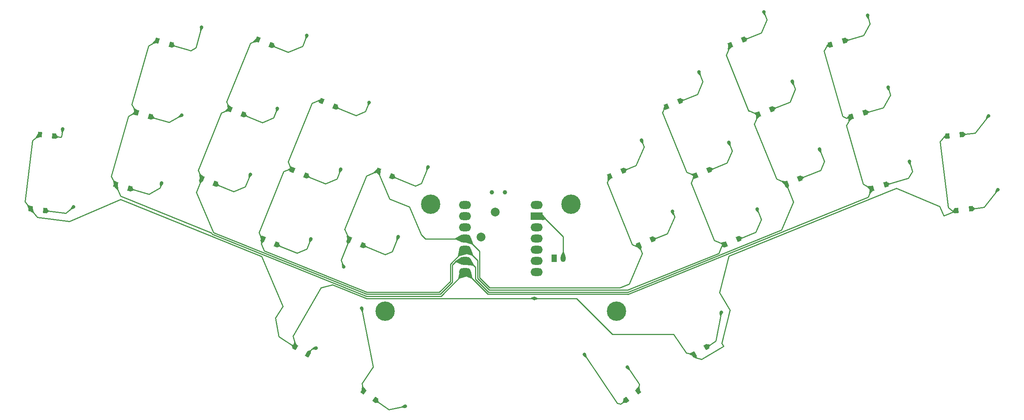
<source format=gbr>
%TF.GenerationSoftware,KiCad,Pcbnew,9.0.4*%
%TF.CreationDate,2025-10-25T14:25:05+08:00*%
%TF.ProjectId,sterna,73746572-6e61-42e6-9b69-6361645f7063,v1.0.0*%
%TF.SameCoordinates,Original*%
%TF.FileFunction,Copper,L1,Top*%
%TF.FilePolarity,Positive*%
%FSLAX46Y46*%
G04 Gerber Fmt 4.6, Leading zero omitted, Abs format (unit mm)*
G04 Created by KiCad (PCBNEW 9.0.4) date 2025-10-25 14:25:05*
%MOMM*%
%LPD*%
G01*
G04 APERTURE LIST*
G04 Aperture macros list*
%AMRotRect*
0 Rectangle, with rotation*
0 The origin of the aperture is its center*
0 $1 length*
0 $2 width*
0 $3 Rotation angle, in degrees counterclockwise*
0 Add horizontal line*
21,1,$1,$2,0,0,$3*%
G04 Aperture macros list end*
%TA.AperFunction,WasherPad*%
%ADD10C,1.000000*%
%TD*%
%TA.AperFunction,SMDPad,CuDef*%
%ADD11RotRect,0.900000X1.200000X337.000000*%
%TD*%
%TA.AperFunction,ComponentPad*%
%ADD12O,2.750000X1.800000*%
%TD*%
%TA.AperFunction,ComponentPad*%
%ADD13R,2.750000X1.800000*%
%TD*%
%TA.AperFunction,ComponentPad*%
%ADD14C,2.000000*%
%TD*%
%TA.AperFunction,SMDPad,CuDef*%
%ADD15RotRect,0.900000X1.200000X22.000000*%
%TD*%
%TA.AperFunction,ComponentPad*%
%ADD16C,4.400000*%
%TD*%
%TA.AperFunction,SMDPad,CuDef*%
%ADD17RotRect,0.900000X1.200000X23.000000*%
%TD*%
%TA.AperFunction,SMDPad,CuDef*%
%ADD18RotRect,0.900000X1.200000X16.000000*%
%TD*%
%TA.AperFunction,SMDPad,CuDef*%
%ADD19RotRect,0.900000X1.200000X338.000000*%
%TD*%
%TA.AperFunction,ComponentPad*%
%ADD20R,1.200000X1.700000*%
%TD*%
%TA.AperFunction,ComponentPad*%
%ADD21O,1.200000X1.700000*%
%TD*%
%TA.AperFunction,SMDPad,CuDef*%
%ADD22RotRect,0.900000X1.200000X37.000000*%
%TD*%
%TA.AperFunction,SMDPad,CuDef*%
%ADD23RotRect,0.900000X1.200000X30.000000*%
%TD*%
%TA.AperFunction,SMDPad,CuDef*%
%ADD24RotRect,0.900000X1.200000X7.000000*%
%TD*%
%TA.AperFunction,SMDPad,CuDef*%
%ADD25RotRect,0.900000X1.200000X353.000000*%
%TD*%
%TA.AperFunction,SMDPad,CuDef*%
%ADD26RotRect,0.900000X1.200000X344.000000*%
%TD*%
%TA.AperFunction,SMDPad,CuDef*%
%ADD27RotRect,0.900000X1.200000X330.000000*%
%TD*%
%TA.AperFunction,SMDPad,CuDef*%
%ADD28RotRect,0.900000X1.200000X323.000000*%
%TD*%
%TA.AperFunction,ViaPad*%
%ADD29C,0.800000*%
%TD*%
%TA.AperFunction,Conductor*%
%ADD30C,0.250000*%
%TD*%
G04 APERTURE END LIST*
D10*
%TO.P,T1,*%
%TO.N,*%
X167337528Y-134652132D03*
X170337528Y-134652132D03*
%TD*%
D11*
%TO.P,D13,1*%
%TO.N,C0*%
X141629309Y-129685216D03*
%TO.P,D13,2*%
%TO.N,inner_top*%
X144666975Y-130974628D03*
%TD*%
D12*
%TO.P,MCU1,1*%
%TO.N,R0*%
X161292529Y-137532132D03*
%TO.P,MCU1,2*%
%TO.N,R1*%
X161292530Y-140072132D03*
%TO.P,MCU1,3*%
%TO.N,R2*%
X161292529Y-142612132D03*
%TO.P,MCU1,4*%
%TO.N,C0*%
X161292529Y-145152132D03*
%TO.P,MCU1,5*%
%TO.N,C1*%
X161292529Y-147692132D03*
%TO.P,MCU1,6*%
%TO.N,C2*%
X161292530Y-150232132D03*
%TO.P,MCU1,7*%
%TO.N,C3*%
X161292529Y-152772132D03*
%TO.P,MCU1,8*%
%TO.N,C4*%
X177482529Y-152772132D03*
%TO.P,MCU1,9*%
%TO.N,R3*%
X177482528Y-150232132D03*
%TO.P,MCU1,10*%
%TO.N,R4*%
X177482529Y-147692132D03*
%TO.P,MCU1,11*%
%TO.N,R5*%
X177482529Y-145152132D03*
%TO.P,MCU1,12*%
%TO.N,VCC*%
X177482529Y-142612132D03*
D13*
%TO.P,MCU1,13*%
%TO.N,GND*%
X177482528Y-140072132D03*
D12*
%TO.P,MCU1,14*%
%TO.N,VUSB*%
X177482529Y-137532132D03*
D14*
%TO.P,MCU1,17*%
%TO.N,RST*%
X168117530Y-139120132D03*
%TO.P,MCU1,19*%
%TO.N,BAT+*%
X164942529Y-144835132D03*
%TD*%
D15*
%TO.P,D19,1*%
%TO.N,C2*%
X234166809Y-132715831D03*
%TO.P,D19,2*%
%TO.N,mirror_middle_bottom*%
X237226515Y-131479629D03*
%TD*%
D16*
%TO.P,PAD2,*%
%TO.N,*%
X185298255Y-137348603D03*
%TD*%
D17*
%TO.P,D26,1*%
%TO.N,C0*%
X194108082Y-130974628D03*
%TO.P,D26,2*%
%TO.N,mirror_inner_top*%
X197145748Y-129685216D03*
%TD*%
D16*
%TO.P,PAD4,*%
%TO.N,*%
X195603788Y-161626917D03*
%TD*%
D15*
%TO.P,D20,1*%
%TO.N,C2*%
X227798497Y-116953707D03*
%TO.P,D20,2*%
%TO.N,mirror_middle_home*%
X230858203Y-115717505D03*
%TD*%
D16*
%TO.P,PAD3,*%
%TO.N,*%
X143171271Y-161626918D03*
%TD*%
D11*
%TO.P,D10,1*%
%TO.N,C1*%
X122129739Y-129555842D03*
%TO.P,D10,2*%
%TO.N,index_home*%
X125167405Y-130845254D03*
%TD*%
D17*
%TO.P,D25,1*%
%TO.N,C0*%
X200750510Y-146623211D03*
%TO.P,D25,2*%
%TO.N,mirror_inner_home*%
X203788176Y-145333799D03*
%TD*%
D18*
%TO.P,D18,1*%
%TO.N,C3*%
X244178283Y-101097407D03*
%TO.P,D18,2*%
%TO.N,mirror_ring_top*%
X247350447Y-100187803D03*
%TD*%
D11*
%TO.P,D9,1*%
%TO.N,C1*%
X115487311Y-145204426D03*
%TO.P,D9,2*%
%TO.N,index_bottom*%
X118524977Y-146493838D03*
%TD*%
D18*
%TO.P,D16,1*%
%TO.N,C3*%
X253549956Y-133780304D03*
%TO.P,D16,2*%
%TO.N,mirror_ring_bottom*%
X256722120Y-132870700D03*
%TD*%
D19*
%TO.P,D7,1*%
%TO.N,C2*%
X107916857Y-115717503D03*
%TO.P,D7,2*%
%TO.N,middle_home*%
X110976563Y-116953705D03*
%TD*%
%TO.P,D6,1*%
%TO.N,C2*%
X101548544Y-131479631D03*
%TO.P,D6,2*%
%TO.N,middle_bottom*%
X104608250Y-132715833D03*
%TD*%
D20*
%TO.P,JST1,1*%
%TO.N,BAT_POS*%
X181537529Y-149652132D03*
D21*
%TO.P,JST1,2*%
%TO.N,GND*%
X183537529Y-149652132D03*
%TD*%
D22*
%TO.P,D30,1*%
%TO.N,C0*%
X197873517Y-181808042D03*
%TO.P,D30,2*%
%TO.N,mirror_reachy_thumb*%
X200509015Y-179822052D03*
%TD*%
D19*
%TO.P,D8,1*%
%TO.N,C2*%
X114285168Y-99955380D03*
%TO.P,D8,2*%
%TO.N,middle_top*%
X117344874Y-101191582D03*
%TD*%
D16*
%TO.P,PAD1,*%
%TO.N,*%
X153476803Y-137348603D03*
%TD*%
D23*
%TO.P,D29,1*%
%TO.N,C4*%
X213182075Y-171433935D03*
%TO.P,D29,2*%
%TO.N,mirror_home_thumb*%
X216039961Y-169783935D03*
%TD*%
D17*
%TO.P,D24,1*%
%TO.N,C1*%
X206965223Y-115196673D03*
%TO.P,D24,2*%
%TO.N,mirror_index_top*%
X210002889Y-113907261D03*
%TD*%
D24*
%TO.P,D14,1*%
%TO.N,C4*%
X272763748Y-138763058D03*
%TO.P,D14,2*%
%TO.N,mirror_pinky_bottom*%
X276039150Y-138360892D03*
%TD*%
D11*
%TO.P,D11,1*%
%TO.N,C1*%
X128772167Y-113907260D03*
%TO.P,D11,2*%
%TO.N,index_top*%
X131809833Y-115196672D03*
%TD*%
D25*
%TO.P,D1,1*%
%TO.N,C4*%
X62735907Y-138360892D03*
%TO.P,D1,2*%
%TO.N,pinky_bottom*%
X66011309Y-138763058D03*
%TD*%
%TO.P,D2,1*%
%TO.N,C4*%
X64807687Y-121487608D03*
%TO.P,D2,2*%
%TO.N,pinky_home*%
X68083089Y-121889774D03*
%TD*%
D26*
%TO.P,D5,1*%
%TO.N,C3*%
X91424609Y-100187804D03*
%TO.P,D5,2*%
%TO.N,ring_top*%
X94596775Y-101097408D03*
%TD*%
D17*
%TO.P,D23,1*%
%TO.N,C1*%
X213607652Y-130845255D03*
%TO.P,D23,2*%
%TO.N,mirror_index_home*%
X216645318Y-129555843D03*
%TD*%
D26*
%TO.P,D4,1*%
%TO.N,C3*%
X86738774Y-116529251D03*
%TO.P,D4,2*%
%TO.N,ring_home*%
X89910940Y-117438855D03*
%TD*%
D11*
%TO.P,D12,1*%
%TO.N,C0*%
X134986880Y-145333799D03*
%TO.P,D12,2*%
%TO.N,inner_home*%
X138024546Y-146623211D03*
%TD*%
D18*
%TO.P,D17,1*%
%TO.N,C3*%
X248864120Y-117438855D03*
%TO.P,D17,2*%
%TO.N,mirror_ring_home*%
X252036284Y-116529251D03*
%TD*%
D24*
%TO.P,D15,1*%
%TO.N,C4*%
X270691969Y-121889774D03*
%TO.P,D15,2*%
%TO.N,mirror_pinky_home*%
X273967371Y-121487608D03*
%TD*%
D17*
%TO.P,D22,1*%
%TO.N,C1*%
X220250083Y-146493838D03*
%TO.P,D22,2*%
%TO.N,mirror_index_bottom*%
X223287749Y-145204426D03*
%TD*%
D15*
%TO.P,D21,1*%
%TO.N,C2*%
X221430186Y-101191581D03*
%TO.P,D21,2*%
%TO.N,mirror_middle_top*%
X224489892Y-99955379D03*
%TD*%
D27*
%TO.P,D27,1*%
%TO.N,C4*%
X122735102Y-169783935D03*
%TO.P,D27,2*%
%TO.N,home_thumb*%
X125592984Y-171433935D03*
%TD*%
D28*
%TO.P,D28,1*%
%TO.N,C0*%
X138266047Y-179822052D03*
%TO.P,D28,2*%
%TO.N,reachy_thumb*%
X140901545Y-181808042D03*
%TD*%
D26*
%TO.P,D3,1*%
%TO.N,C3*%
X82052939Y-132870700D03*
%TO.P,D3,2*%
%TO.N,ring_bottom*%
X85225105Y-133780304D03*
%TD*%
D29*
%TO.N,pinky_bottom*%
X72477630Y-137952080D03*
%TO.N,pinky_home*%
X69964541Y-120263972D03*
%TO.N,ring_bottom*%
X92399432Y-132552831D03*
%TO.N,ring_home*%
X96981378Y-117117862D03*
%TO.N,ring_top*%
X101512712Y-97143077D03*
%TO.N,middle_bottom*%
X112534648Y-130577472D03*
%TO.N,middle_home*%
X118709815Y-115627088D03*
%TO.N,middle_top*%
X125401464Y-98997958D03*
%TO.N,index_bottom*%
X126290333Y-145248733D03*
%TO.N,index_home*%
X133082511Y-129388223D03*
%TO.N,index_top*%
X139535980Y-114199771D03*
%TO.N,inner_home*%
X146108335Y-144748676D03*
%TO.N,inner_top*%
X152844139Y-128868961D03*
%TO.N,mirror_pinky_bottom*%
X282147272Y-134033538D03*
%TO.N,mirror_pinky_home*%
X280038048Y-117265609D03*
%TO.N,mirror_ring_bottom*%
X262087297Y-127617227D03*
%TO.N,mirror_ring_home*%
X257230277Y-110752700D03*
%TO.N,mirror_ring_top*%
X252577810Y-94453699D03*
%TO.N,mirror_middle_bottom*%
X241688211Y-124815040D03*
%TO.N,mirror_middle_home*%
X235502288Y-109437611D03*
%TO.N,mirror_middle_top*%
X229036341Y-93634036D03*
%TO.N,mirror_index_bottom*%
X227520464Y-138466415D03*
%TO.N,mirror_index_home*%
X221126387Y-123307888D03*
%TO.N,mirror_index_top*%
X214330077Y-107287276D03*
%TO.N,mirror_inner_home*%
X208321287Y-138997202D03*
%TO.N,mirror_inner_top*%
X201327784Y-122816063D03*
%TO.N,home_thumb*%
X127468974Y-170043737D03*
%TO.N,reachy_thumb*%
X147685953Y-183258083D03*
%TO.N,mirror_home_thumb*%
X219384769Y-161936669D03*
%TO.N,mirror_reachy_thumb*%
X198097971Y-174304534D03*
%TO.N,C4*%
X177010763Y-158759460D03*
%TO.N,C0*%
X188347520Y-171472790D03*
X133778581Y-151551531D03*
X137849320Y-161002670D03*
%TD*%
D30*
%TO.N,pinky_bottom*%
X66008990Y-138826134D02*
X70632307Y-139393808D01*
X70632307Y-139393808D02*
X72477630Y-137952080D01*
%TO.N,pinky_home*%
X69534471Y-122125430D02*
X69757365Y-121951304D01*
X68080775Y-121952848D02*
X68088750Y-121953828D01*
X69757365Y-121951304D02*
X69964541Y-120263972D01*
X68095282Y-121948723D02*
X69534471Y-122125430D01*
X68088750Y-121953828D02*
X68095282Y-121948723D01*
%TO.N,ring_bottom*%
X92082450Y-133658276D02*
X92399432Y-132552831D01*
X89546804Y-135063806D02*
X92082450Y-133658276D01*
X85222783Y-133843372D02*
X85245927Y-133830549D01*
X85245927Y-133830549D02*
X89546804Y-135063806D01*
%TO.N,ring_home*%
X89908622Y-117501928D02*
X94113382Y-118707627D01*
X94113382Y-118707627D02*
X96981378Y-117117862D01*
%TO.N,ring_top*%
X98520196Y-102318723D02*
X99000827Y-102456540D01*
X94594453Y-101160485D02*
X94617717Y-101167152D01*
X101526495Y-97095010D02*
X101492220Y-97033167D01*
X99000827Y-102456540D02*
X100175872Y-101805197D01*
X101512712Y-97143077D02*
X101526495Y-97095010D01*
X94617717Y-101167152D02*
X94640861Y-101154316D01*
X94640861Y-101154316D02*
X94675144Y-101216161D01*
X94675144Y-101216161D02*
X98520196Y-102318723D01*
X100175872Y-101805197D02*
X101512712Y-97143077D01*
%TO.N,middle_bottom*%
X112534648Y-130577472D02*
X111410831Y-133359015D01*
X108792558Y-134470411D02*
X104605931Y-132778898D01*
X111410831Y-133359015D02*
X108792558Y-134470411D01*
%TO.N,middle_home*%
X118709815Y-115627088D02*
X117866945Y-117713258D01*
X117866945Y-117713258D02*
X115328451Y-118790782D01*
X115328451Y-118790782D02*
X115320881Y-118772933D01*
X115320881Y-118772933D02*
X110974250Y-117016770D01*
%TO.N,middle_top*%
X117342558Y-101254658D02*
X121158296Y-102796315D01*
X121158296Y-102796315D02*
X124427467Y-101408626D01*
X124427467Y-101408626D02*
X125401464Y-98997958D01*
%TO.N,index_bottom*%
X123194996Y-148444650D02*
X118522659Y-146556909D01*
X126290333Y-145248733D02*
X125372552Y-147520336D01*
X125372552Y-147520336D02*
X123194996Y-148444650D01*
%TO.N,index_home*%
X133082511Y-129388223D02*
X132185752Y-131607772D01*
X129606895Y-132702929D02*
X125165093Y-130908332D01*
X129606718Y-132702505D02*
X129606895Y-132702929D01*
X132185752Y-131607772D02*
X129606718Y-132702505D01*
%TO.N,index_top*%
X138693107Y-116285942D02*
X136573903Y-117185489D01*
X136573903Y-117185489D02*
X131807522Y-115259747D01*
X139535980Y-114199771D02*
X138693107Y-116285942D01*
%TO.N,inner_home*%
X144759756Y-148086534D02*
X143164238Y-148763791D01*
X146108335Y-144748676D02*
X144759756Y-148086534D01*
X143164238Y-148763791D02*
X138022224Y-146686288D01*
%TO.N,inner_top*%
X151338753Y-132594939D02*
X151347435Y-132615381D01*
X152844139Y-128868961D02*
X151338753Y-132594939D01*
X151347435Y-132615381D02*
X149992765Y-133190395D01*
X149992765Y-133190395D02*
X144664657Y-131037704D01*
%TO.N,mirror_pinky_bottom*%
X279001483Y-138059955D02*
X282147272Y-134033538D01*
X276036836Y-138423963D02*
X279001483Y-138059955D01*
%TO.N,mirror_pinky_home*%
X276979332Y-121180577D02*
X280038048Y-117265609D01*
X273965059Y-121550686D02*
X276979332Y-121180577D01*
%TO.N,mirror_ring_bottom*%
X262087297Y-127617227D02*
X262743212Y-129904674D01*
X261885168Y-131452625D02*
X256719800Y-132933772D01*
X262743212Y-129904674D02*
X261885168Y-131452625D01*
%TO.N,mirror_ring_home*%
X257230277Y-110752700D02*
X257753997Y-112579096D01*
X257753997Y-112579096D02*
X256190008Y-115400599D01*
X256190008Y-115400599D02*
X252033967Y-116592323D01*
%TO.N,mirror_ring_top*%
X253137245Y-96404716D02*
X251696423Y-99004021D01*
X252577810Y-94453699D02*
X253137245Y-96404716D01*
X251696423Y-99004021D02*
X247348130Y-100250870D01*
%TO.N,mirror_middle_bottom*%
X241946951Y-129634587D02*
X242812030Y-127596599D01*
X242812030Y-127596599D02*
X241688211Y-124815040D01*
X237224199Y-131542697D02*
X241946951Y-129634587D01*
%TO.N,mirror_middle_home*%
X236214036Y-111199250D02*
X235502288Y-109437611D01*
X234975971Y-114115947D02*
X236214036Y-111199250D01*
X230855879Y-115780573D02*
X234975971Y-114115947D01*
%TO.N,mirror_middle_top*%
X229766819Y-95442047D02*
X229036341Y-93634036D01*
X228514945Y-98391278D02*
X229766819Y-95442047D01*
X224487565Y-100018442D02*
X228514945Y-98391278D01*
%TO.N,mirror_index_bottom*%
X228456980Y-140784378D02*
X227520464Y-138466415D01*
X227230599Y-143673546D02*
X228456980Y-140784378D01*
X223285428Y-145267496D02*
X227230599Y-143673546D01*
%TO.N,mirror_index_home*%
X216643012Y-129618917D02*
X220721773Y-127970990D01*
X221894328Y-125208618D02*
X221126387Y-123307888D01*
X220721773Y-127970990D02*
X221894328Y-125208618D01*
%TO.N,mirror_index_top*%
X214027524Y-112343335D02*
X215229132Y-109512517D01*
X215229132Y-109512517D02*
X214330077Y-107287276D01*
X210000570Y-113970328D02*
X214027524Y-112343335D01*
%TO.N,mirror_inner_home*%
X208808276Y-140202539D02*
X208321287Y-138997202D01*
X207186648Y-144022870D02*
X208808276Y-140202539D01*
X203785859Y-145396877D02*
X207186648Y-144022870D01*
%TO.N,mirror_inner_top*%
X201327784Y-122816063D02*
X201312700Y-122851597D01*
X201312700Y-122851597D02*
X201891619Y-124284477D01*
X200075158Y-128563800D02*
X197143432Y-129748293D01*
X201891619Y-124284477D02*
X200075158Y-128563800D01*
%TO.N,home_thumb*%
X126435397Y-170244647D02*
X127468974Y-170043737D01*
X125590667Y-171497006D02*
X126435397Y-170244647D01*
%TO.N,reachy_thumb*%
X144013753Y-183971889D02*
X147685953Y-183258083D01*
X140899223Y-181871113D02*
X144013753Y-183971889D01*
%TO.N,mirror_home_thumb*%
X218120200Y-168442302D02*
X216037648Y-169847003D01*
X219384769Y-161936669D02*
X218120200Y-168442302D01*
%TO.N,mirror_reachy_thumb*%
X198167381Y-174318032D02*
X198097971Y-174304534D01*
X200543944Y-177841432D02*
X198167381Y-174318032D01*
X200823410Y-178255756D02*
X200543944Y-177841432D01*
X200506695Y-179885119D02*
X200823410Y-178255756D01*
%TO.N,C4*%
X119976091Y-160587031D02*
X115131890Y-149174789D01*
X194743999Y-166909830D02*
X208610079Y-166909830D01*
X62733594Y-138423969D02*
X61422468Y-136745809D01*
X119044893Y-167377171D02*
X118228623Y-163177772D01*
X61422468Y-136745809D02*
X61442087Y-136748215D01*
X269075498Y-123142458D02*
X270910347Y-138086135D01*
X186610761Y-158776594D02*
X194743999Y-166909830D01*
X128601611Y-156334409D02*
X122263833Y-167311760D01*
X219525003Y-168942969D02*
X219899149Y-169565646D01*
X270689661Y-121952849D02*
X269932257Y-122045851D01*
X138927379Y-158759464D02*
X138748662Y-158687241D01*
X219899149Y-169565646D02*
X214953483Y-172537302D01*
X214953483Y-172537302D02*
X213664710Y-172215976D01*
X131201176Y-155637871D02*
X128601611Y-156334409D01*
X122876469Y-169598136D02*
X122732788Y-169847006D01*
X268996887Y-137888569D02*
X259151504Y-133709455D01*
X177010763Y-158759460D02*
X159760763Y-158759461D01*
X272761439Y-138826129D02*
X269850813Y-140002099D01*
X269932257Y-122045851D02*
X269075498Y-123142458D01*
X213664710Y-172215976D02*
X213179757Y-171497005D01*
X115131890Y-149174789D02*
X83149317Y-136252989D01*
X122712445Y-169850965D02*
X119044893Y-167377171D01*
X177005214Y-152835200D02*
X177016152Y-152835207D01*
X259151504Y-133709455D02*
X221082551Y-149090308D01*
X122732783Y-169847006D02*
X122712445Y-169850965D01*
X71488653Y-141202646D02*
X64205893Y-140308437D01*
X269850813Y-140002099D02*
X268996887Y-137888569D01*
X61442087Y-136748215D02*
X63149237Y-122844596D01*
X211481502Y-171166898D02*
X208610079Y-166909830D01*
X219012217Y-157393969D02*
X221409671Y-161384002D01*
X64205893Y-140308437D02*
X62733585Y-138423959D01*
X159760763Y-158759461D02*
X138927379Y-158759464D01*
X122263833Y-167311760D02*
X122876469Y-169598136D01*
X221409671Y-161384002D02*
X219525003Y-168942969D01*
X271980260Y-138922049D02*
X272761439Y-138826133D01*
X177027896Y-158776595D02*
X186610761Y-158776594D01*
X177010763Y-158759460D02*
X177027896Y-158776595D01*
X221082551Y-149090308D02*
X219012217Y-157393969D01*
X213179757Y-171497005D02*
X211481502Y-171166898D01*
X83149317Y-136252989D02*
X71488653Y-141202646D01*
X118228623Y-163177772D02*
X119976091Y-160587031D01*
X63149237Y-122844596D02*
X64805371Y-121550677D01*
X270910347Y-138086135D02*
X271980260Y-138922049D01*
X138748662Y-158687241D02*
X131201176Y-155637871D01*
%TO.N,C3*%
X86448881Y-116509855D02*
X86736461Y-116592317D01*
X161765223Y-152835208D02*
X161217865Y-152835205D01*
X252727282Y-135776003D02*
X253547636Y-133843375D01*
X161765214Y-152835206D02*
X161765209Y-153088836D01*
X247767978Y-119475231D02*
X251574335Y-132749555D01*
X155818885Y-158234181D02*
X139010643Y-158234185D01*
X85647311Y-114627458D02*
X89457425Y-101340017D01*
X246948253Y-117342075D02*
X247814077Y-117822010D01*
X242717223Y-102586706D02*
X246948253Y-117342075D01*
X247814077Y-117822010D02*
X248848850Y-117525294D01*
X161765209Y-153088836D02*
X166466853Y-157790490D01*
X161217865Y-152835205D02*
X155818885Y-158234181D01*
X103743097Y-143838402D02*
X83147183Y-135517112D01*
X243381511Y-101388287D02*
X242717223Y-102586706D01*
X84915901Y-117359616D02*
X86448881Y-116509855D01*
X83147183Y-135517112D02*
X82050622Y-132933776D01*
X248861799Y-117501932D02*
X247767978Y-119475231D01*
X86736461Y-116592317D02*
X85647311Y-114627458D01*
X251574335Y-132749555D02*
X253547636Y-133843379D01*
X244175962Y-101160479D02*
X243381511Y-101388287D01*
X103855437Y-144103047D02*
X103743097Y-143838402D01*
X138923143Y-158271318D02*
X103855437Y-144103047D01*
X248848850Y-117525294D02*
X248861799Y-117501932D01*
X198208647Y-157802968D02*
X252727282Y-135776003D01*
X166466853Y-157790490D02*
X198196170Y-157790488D01*
X80995767Y-131030747D02*
X84915901Y-117359616D01*
X89457425Y-101340017D02*
X91422286Y-100250872D01*
X82050622Y-132933778D02*
X80995767Y-131030747D01*
%TO.N,C2*%
X163673141Y-154358959D02*
X166609001Y-157294819D01*
X101546225Y-131542699D02*
X100734365Y-129630075D01*
X100734365Y-129630075D02*
X106001905Y-116592444D01*
X112565486Y-100747436D02*
X114282846Y-100018449D01*
X155632068Y-157783184D02*
X138918881Y-157783180D01*
X161771579Y-150295211D02*
X162271578Y-150295212D01*
X225623295Y-116152272D02*
X220493559Y-103455737D01*
X233076586Y-143228976D02*
X235797125Y-136819807D01*
X220493559Y-103455737D02*
X221427865Y-101254644D01*
X231925579Y-131617518D02*
X226889499Y-119152774D01*
X198205067Y-157294819D02*
X198221573Y-157311322D01*
X107185559Y-114063209D02*
X112565486Y-100747436D01*
X106001905Y-116592444D02*
X107914530Y-115780575D01*
X163673142Y-151696772D02*
X163673141Y-154358959D01*
X104197594Y-143754872D02*
X100311284Y-134599298D01*
X235797125Y-136819807D02*
X234164499Y-132778901D01*
X226889499Y-119152774D02*
X227796181Y-117016771D01*
X166609001Y-157294819D02*
X198205067Y-157294819D01*
X198221573Y-157311322D02*
X233076586Y-143228976D01*
X138918881Y-157783180D02*
X104197594Y-143754872D01*
X234061587Y-132524201D02*
X231925579Y-131617518D01*
X234164497Y-132778912D02*
X234061587Y-132524201D01*
X158368882Y-151434175D02*
X158368891Y-155046379D01*
X161765212Y-150295209D02*
X159207858Y-150295206D01*
X100311284Y-134599298D02*
X101546225Y-131542699D01*
X225693108Y-116124072D02*
X225623295Y-116152272D01*
X162271578Y-150295212D02*
X163673142Y-151696772D01*
X159207858Y-150295206D02*
X158368877Y-151134182D01*
X158368891Y-155046379D02*
X155632068Y-157783184D01*
X227796181Y-117016771D02*
X225693108Y-116124072D01*
X158368877Y-151134182D02*
X158368882Y-151434175D01*
X107914530Y-115780575D02*
X107185559Y-114063209D01*
%TO.N,C1*%
X161765215Y-147755206D02*
X164124138Y-150114134D01*
X121468975Y-129352890D02*
X122127425Y-129618914D01*
X139010015Y-157332181D02*
X155445255Y-157332181D01*
X157917888Y-154859570D02*
X157917885Y-150947374D01*
X164124141Y-154172149D02*
X166693041Y-156741058D01*
X126507273Y-114424179D02*
X128158435Y-113723300D01*
X197970701Y-156843820D02*
X198174759Y-156843820D01*
X115051199Y-146341163D02*
X115484992Y-145267493D01*
X213605344Y-130908329D02*
X213179758Y-131080277D01*
X166749766Y-156797768D02*
X197862217Y-156797767D01*
X198174759Y-156843820D02*
X218845625Y-148492241D01*
X212560636Y-132538839D02*
X217805446Y-145520213D01*
X218845625Y-148492241D02*
X219546935Y-146840069D01*
X217805446Y-145520213D02*
X220247762Y-146556910D01*
X115722892Y-147923578D02*
X115051199Y-146341163D01*
X211549247Y-130035568D02*
X213605344Y-130908329D01*
X128158435Y-113723300D02*
X128769848Y-113970326D01*
X206962900Y-115259741D02*
X206531867Y-115433889D01*
X206531867Y-115433889D02*
X206079946Y-116498557D01*
X197862217Y-156797767D02*
X197970701Y-156843820D01*
X115106710Y-145114662D02*
X114539518Y-143778446D01*
X206079946Y-116498557D02*
X211549247Y-130035568D01*
X157917885Y-150947374D02*
X161110052Y-147755204D01*
X120139892Y-129917045D02*
X121468975Y-129352890D01*
X161110052Y-147755204D02*
X161765215Y-147755206D01*
X115484992Y-145267493D02*
X115106710Y-145114662D01*
X213179758Y-131080277D02*
X212560636Y-132538839D01*
X166693041Y-156741058D02*
X166749766Y-156797768D01*
X139010011Y-157332178D02*
X115722892Y-147923578D01*
X155445255Y-157332181D02*
X157917888Y-154859570D01*
X122127425Y-129618914D02*
X121893691Y-129524477D01*
X121893691Y-129524477D02*
X121131668Y-127729272D01*
X139010011Y-157332178D02*
X139010015Y-157332181D01*
X164124138Y-150114134D02*
X164124141Y-154172149D01*
X114539518Y-143778446D02*
X120139892Y-129917045D01*
X121131668Y-127729272D02*
X126507273Y-114424179D01*
X219546935Y-146840069D02*
X220247767Y-146556915D01*
%TO.N,C0*%
X198515685Y-155488534D02*
X201481542Y-148501397D01*
X144158080Y-136127980D02*
X148654934Y-137944818D01*
X199173963Y-146521757D02*
X193497222Y-132471335D01*
X138263736Y-179885128D02*
X137912261Y-178076959D01*
X141540715Y-129961837D02*
X144158080Y-136127980D01*
X166936571Y-156346767D02*
X196391470Y-156346768D01*
X133122451Y-150005769D02*
X134984559Y-145396871D01*
X201481542Y-148501397D02*
X200748193Y-146686282D01*
X200140237Y-146931915D02*
X199173963Y-146521757D01*
X195840705Y-182581900D02*
X188347520Y-171472790D01*
X161765216Y-145215202D02*
X152291624Y-145215197D01*
X133778581Y-151551531D02*
X133122451Y-150005769D01*
X148654934Y-137944818D02*
X151334925Y-144258505D01*
X164575143Y-153985338D02*
X166779856Y-156190057D01*
X152291624Y-145215197D02*
X151334925Y-144258505D01*
X133948427Y-143111926D02*
X138875876Y-130916071D01*
X134028362Y-143144214D02*
X133948427Y-143111926D01*
X134984562Y-145396880D02*
X134028362Y-143144214D01*
X164575140Y-148025135D02*
X164575139Y-152546771D01*
X166779856Y-156190057D02*
X166879857Y-156290055D01*
X140439829Y-174329681D02*
X137849320Y-161002670D01*
X164575139Y-152546771D02*
X164575143Y-153985338D01*
X141626992Y-129748300D02*
X141540715Y-129961837D01*
X196598913Y-182729277D02*
X195840705Y-182581900D01*
X138875876Y-130916071D02*
X141626992Y-129748300D01*
X161765207Y-145215204D02*
X161765210Y-145338839D01*
X197871199Y-181871112D02*
X196598913Y-182729277D01*
X161765207Y-145215204D02*
X164575140Y-148025135D01*
X137912261Y-178076959D02*
X140300034Y-174536943D01*
X200748192Y-146686286D02*
X200140237Y-146931915D01*
X196391470Y-156346768D02*
X198515685Y-155488534D01*
X193497222Y-132471335D02*
X194105764Y-131037703D01*
X140300034Y-174536943D02*
X140439829Y-174329681D01*
X166779856Y-156190057D02*
X166936571Y-156346767D01*
%TO.N,GND*%
X183535213Y-149715200D02*
X183535216Y-144700516D01*
X183535216Y-144700516D02*
X178969905Y-140135204D01*
X178969905Y-140135204D02*
X177005215Y-140135213D01*
%TD*%
%TA.AperFunction,Conductor*%
%TO.N,inner_top*%
G36*
X152465396Y-128793589D02*
G01*
X152842203Y-128867580D01*
X152846467Y-128869347D01*
X153165422Y-129083595D01*
X153170379Y-129091053D01*
X153168610Y-129099831D01*
X153167516Y-129101220D01*
X152668710Y-129644448D01*
X152660590Y-129648224D01*
X152655709Y-129647383D01*
X152438960Y-129559811D01*
X152432573Y-129553535D01*
X152431647Y-129548652D01*
X152443829Y-129091189D01*
X152451456Y-128804759D01*
X152455102Y-128796582D01*
X152463463Y-128793376D01*
X152465396Y-128793589D01*
G37*
%TD.AperFunction*%
%TD*%
%TA.AperFunction,Conductor*%
%TO.N,mirror_middle_top*%
G36*
X225293660Y-99554153D02*
G01*
X225300644Y-99559758D01*
X225301235Y-99561003D01*
X225390402Y-99781700D01*
X225390324Y-99790655D01*
X225389189Y-99792720D01*
X225092432Y-100223507D01*
X225084917Y-100228376D01*
X225077895Y-100227494D01*
X224672806Y-100040580D01*
X224499611Y-99960665D01*
X224493536Y-99954088D01*
X224493889Y-99945141D01*
X224744776Y-99404570D01*
X224751367Y-99398511D01*
X224758658Y-99398265D01*
X225293660Y-99554153D01*
G37*
%TD.AperFunction*%
%TD*%
%TA.AperFunction,Conductor*%
%TO.N,inner_home*%
G36*
X138605800Y-146408283D02*
G01*
X138611170Y-146413226D01*
X138879971Y-146894233D01*
X138881016Y-146903127D01*
X138880606Y-146904324D01*
X138791439Y-147125020D01*
X138785163Y-147131407D01*
X138782803Y-147132126D01*
X138263875Y-147232013D01*
X138255103Y-147230212D01*
X138250716Y-147224655D01*
X138215346Y-147130923D01*
X138027758Y-146633805D01*
X138028044Y-146624857D01*
X138034572Y-146618731D01*
X138596853Y-146407978D01*
X138605800Y-146408283D01*
G37*
%TD.AperFunction*%
%TD*%
%TA.AperFunction,Conductor*%
%TO.N,C1*%
G36*
X162648726Y-147520343D02*
G01*
X162653379Y-147526559D01*
X163081660Y-148890237D01*
X163080870Y-148899157D01*
X163078771Y-148902016D01*
X162912030Y-149068757D01*
X162903757Y-149072184D01*
X162900236Y-149071641D01*
X161393284Y-148596020D01*
X161386425Y-148590262D01*
X161385648Y-148581342D01*
X161386046Y-148580266D01*
X161764392Y-147697095D01*
X161770800Y-147690840D01*
X161772866Y-147690228D01*
X162639945Y-147518588D01*
X162648726Y-147520343D01*
G37*
%TD.AperFunction*%
%TD*%
%TA.AperFunction,Conductor*%
%TO.N,mirror_home_thumb*%
G36*
X219388963Y-161938376D02*
G01*
X219708005Y-162152617D01*
X219712962Y-162160074D01*
X219711435Y-162168480D01*
X219359139Y-162738607D01*
X219351875Y-162743844D01*
X219346953Y-162743942D01*
X219117418Y-162699324D01*
X219109951Y-162694382D01*
X219108119Y-162689815D01*
X219018801Y-162168480D01*
X218994374Y-162025906D01*
X218996355Y-162017174D01*
X219003594Y-162012462D01*
X219380178Y-161936650D01*
X219388963Y-161938376D01*
G37*
%TD.AperFunction*%
%TD*%
%TA.AperFunction,Conductor*%
%TO.N,index_home*%
G36*
X132703768Y-129312851D02*
G01*
X133080575Y-129386842D01*
X133084839Y-129388609D01*
X133403794Y-129602857D01*
X133408751Y-129610315D01*
X133406982Y-129619093D01*
X133405888Y-129620482D01*
X132907080Y-130163710D01*
X132898960Y-130167486D01*
X132894079Y-130166645D01*
X132677330Y-130079072D01*
X132670943Y-130072796D01*
X132670017Y-130067913D01*
X132682204Y-129610315D01*
X132689828Y-129324021D01*
X132693474Y-129315844D01*
X132701835Y-129312638D01*
X132703768Y-129312851D01*
G37*
%TD.AperFunction*%
%TD*%
%TA.AperFunction,Conductor*%
%TO.N,middle_bottom*%
G36*
X105182858Y-132497649D02*
G01*
X105188273Y-132502547D01*
X105464505Y-132987179D01*
X105465624Y-132996064D01*
X105465188Y-132997356D01*
X105376020Y-133218052D01*
X105369744Y-133224439D01*
X105367478Y-133225140D01*
X104855074Y-133328141D01*
X104846288Y-133326411D01*
X104841858Y-133320896D01*
X104611558Y-132726392D01*
X104611765Y-132717440D01*
X104618240Y-132711257D01*
X105173906Y-132497422D01*
X105182858Y-132497649D01*
G37*
%TD.AperFunction*%
%TD*%
%TA.AperFunction,Conductor*%
%TO.N,GND*%
G36*
X183660852Y-148217088D02*
G01*
X183663288Y-148220650D01*
X184033453Y-149062067D01*
X184033648Y-149071019D01*
X184031642Y-149074375D01*
X183546427Y-149642708D01*
X183538449Y-149646775D01*
X183529932Y-149644009D01*
X183528631Y-149642708D01*
X183043392Y-149074347D01*
X183040626Y-149065830D01*
X183041558Y-149062090D01*
X183407157Y-148220697D01*
X183413597Y-148214476D01*
X183417887Y-148213661D01*
X183652581Y-148213661D01*
X183660852Y-148217088D01*
G37*
%TD.AperFunction*%
%TD*%
%TA.AperFunction,Conductor*%
%TO.N,C2*%
G36*
X227799900Y-116956210D02*
G01*
X227802128Y-116959294D01*
X228063688Y-117484398D01*
X228064309Y-117493332D01*
X228061287Y-117498084D01*
X227506562Y-118026789D01*
X227498209Y-118030017D01*
X227493918Y-118029090D01*
X227278339Y-117937582D01*
X227272063Y-117931195D01*
X227271222Y-117926304D01*
X227290031Y-117493332D01*
X227312958Y-116965571D01*
X227316741Y-116957457D01*
X227324606Y-116954381D01*
X227791617Y-116952811D01*
X227799900Y-116956210D01*
G37*
%TD.AperFunction*%
%TD*%
%TA.AperFunction,Conductor*%
%TO.N,C0*%
G36*
X134672599Y-144333576D02*
G01*
X135225070Y-144780402D01*
X135229347Y-144788269D01*
X135228397Y-144794266D01*
X134990326Y-145327868D01*
X134983825Y-145334027D01*
X134979769Y-145334800D01*
X134506441Y-145339972D01*
X134498131Y-145336636D01*
X134494637Y-145329020D01*
X134437538Y-144435115D01*
X134440430Y-144426642D01*
X134444640Y-144423601D01*
X134660670Y-144331902D01*
X134669624Y-144331825D01*
X134672599Y-144333576D01*
G37*
%TD.AperFunction*%
%TD*%
%TA.AperFunction,Conductor*%
%TO.N,C4*%
G36*
X272286672Y-138501564D02*
G01*
X272754176Y-138756949D01*
X272759794Y-138763923D01*
X272758835Y-138772826D01*
X272758708Y-138773052D01*
X272394906Y-139405289D01*
X272387810Y-139410751D01*
X272381265Y-139410618D01*
X271973936Y-139282904D01*
X271967067Y-139277159D01*
X271966592Y-139276132D01*
X271877440Y-139055473D01*
X271877518Y-139046520D01*
X271878827Y-139044209D01*
X272271607Y-138504942D01*
X272279246Y-138500274D01*
X272286672Y-138501564D01*
G37*
%TD.AperFunction*%
%TD*%
%TA.AperFunction,Conductor*%
%TO.N,C2*%
G36*
X107598714Y-114708228D02*
G01*
X108155077Y-115163762D01*
X108159307Y-115171655D01*
X108158351Y-115177579D01*
X107920273Y-115711634D01*
X107913775Y-115717795D01*
X107909815Y-115718568D01*
X107438409Y-115727771D01*
X107430071Y-115724506D01*
X107426509Y-115716883D01*
X107363694Y-114809749D01*
X107366541Y-114801260D01*
X107370791Y-114798173D01*
X107586734Y-114706511D01*
X107595687Y-114706434D01*
X107598714Y-114708228D01*
G37*
%TD.AperFunction*%
%TD*%
%TA.AperFunction,Conductor*%
%TO.N,C3*%
G36*
X243643439Y-100838163D02*
G01*
X244168213Y-101091439D01*
X244174174Y-101098121D01*
X244173664Y-101107062D01*
X244173656Y-101107078D01*
X243889354Y-101693770D01*
X243882662Y-101699721D01*
X243873723Y-101699197D01*
X243873620Y-101699147D01*
X243464922Y-101496153D01*
X243464455Y-101495907D01*
X243257548Y-101381219D01*
X243251973Y-101374211D01*
X243252987Y-101365314D01*
X243253717Y-101364161D01*
X243628851Y-100841874D01*
X243636460Y-100837154D01*
X243643439Y-100838163D01*
G37*
%TD.AperFunction*%
%TD*%
%TA.AperFunction,Conductor*%
%TO.N,C0*%
G36*
X141289237Y-129361583D02*
G01*
X141625060Y-129679926D01*
X141628707Y-129688104D01*
X141628251Y-129691667D01*
X141464505Y-130258046D01*
X141458915Y-130265041D01*
X141453815Y-130266483D01*
X140643604Y-130304586D01*
X140635179Y-130301552D01*
X140632284Y-130297471D01*
X140618518Y-130265041D01*
X140540918Y-130082225D01*
X140540841Y-130073271D01*
X140543541Y-130069258D01*
X141273043Y-129361675D01*
X141281366Y-129358375D01*
X141289237Y-129361583D01*
G37*
%TD.AperFunction*%
%TD*%
%TA.AperFunction,Conductor*%
%TO.N,C1*%
G36*
X115304576Y-144480804D02*
G01*
X115310314Y-144487679D01*
X115310504Y-144488360D01*
X115484750Y-145193409D01*
X115483408Y-145202263D01*
X115476199Y-145207574D01*
X115475632Y-145207700D01*
X114964556Y-145307395D01*
X114955780Y-145305615D01*
X114951018Y-145298953D01*
X114924980Y-145202263D01*
X114783385Y-144676465D01*
X114784543Y-144667588D01*
X114790107Y-144662657D01*
X115010350Y-144569169D01*
X115011400Y-144568784D01*
X115295659Y-144479999D01*
X115304576Y-144480804D01*
G37*
%TD.AperFunction*%
%TD*%
%TA.AperFunction,Conductor*%
%TO.N,pinky_home*%
G36*
X69968666Y-120265669D02*
G01*
X69968711Y-120265699D01*
X70288413Y-120480348D01*
X70293371Y-120487805D01*
X70292252Y-120495497D01*
X69995449Y-121061374D01*
X69988572Y-121067108D01*
X69983662Y-121067552D01*
X69751562Y-121039054D01*
X69743768Y-121034644D01*
X69741628Y-121030240D01*
X69575145Y-120353863D01*
X69576495Y-120345011D01*
X69583710Y-120339706D01*
X69584165Y-120339603D01*
X69959879Y-120263943D01*
X69968666Y-120265669D01*
G37*
%TD.AperFunction*%
%TD*%
%TA.AperFunction,Conductor*%
%TO.N,C4*%
G36*
X270207695Y-121574943D02*
G01*
X270357067Y-121671685D01*
X270682748Y-121882616D01*
X270687829Y-121889988D01*
X270686208Y-121898795D01*
X270686198Y-121898811D01*
X270317286Y-122466433D01*
X270309904Y-122471502D01*
X270301100Y-122469867D01*
X270300737Y-122469621D01*
X269952823Y-122222979D01*
X269952401Y-122222665D01*
X269765430Y-122076587D01*
X269761020Y-122068793D01*
X269763413Y-122060164D01*
X269763866Y-122059620D01*
X270192589Y-121576992D01*
X270200644Y-121573083D01*
X270207695Y-121574943D01*
G37*
%TD.AperFunction*%
%TD*%
%TA.AperFunction,Conductor*%
%TO.N,C2*%
G36*
X234025686Y-132121427D02*
G01*
X234033489Y-132125818D01*
X234035700Y-132130470D01*
X234166193Y-132709410D01*
X234164669Y-132718235D01*
X234162464Y-132720806D01*
X233816791Y-133021894D01*
X233808301Y-133024743D01*
X233800456Y-133020949D01*
X233105105Y-132257394D01*
X233102068Y-132248970D01*
X233102983Y-132244949D01*
X233194302Y-132029816D01*
X233200688Y-132023542D01*
X233206467Y-132022774D01*
X234025686Y-132121427D01*
G37*
%TD.AperFunction*%
%TD*%
%TA.AperFunction,Conductor*%
%TO.N,C4*%
G36*
X212844306Y-170939854D02*
G01*
X212849329Y-170944006D01*
X213010558Y-171180790D01*
X213177264Y-171425619D01*
X213178610Y-171427595D01*
X213180434Y-171436362D01*
X213178661Y-171440689D01*
X212909683Y-171842473D01*
X212902233Y-171847441D01*
X212894101Y-171846091D01*
X212179716Y-171432729D01*
X212174272Y-171425619D01*
X212174091Y-171420373D01*
X212218980Y-171189435D01*
X212223922Y-171181969D01*
X212226155Y-171180792D01*
X212835354Y-170939712D01*
X212844306Y-170939854D01*
G37*
%TD.AperFunction*%
%TD*%
%TA.AperFunction,Conductor*%
%TO.N,C0*%
G36*
X160322978Y-144406626D02*
G01*
X161748364Y-145141733D01*
X161754146Y-145148571D01*
X161753400Y-145157495D01*
X161748364Y-145162531D01*
X160322461Y-145897904D01*
X160313537Y-145898650D01*
X160312415Y-145898227D01*
X160311675Y-145897904D01*
X160292010Y-145889314D01*
X159041839Y-145343264D01*
X159035629Y-145336812D01*
X159034822Y-145332542D01*
X159034822Y-145097206D01*
X159038249Y-145088936D01*
X159040994Y-145086898D01*
X160312097Y-144406708D01*
X160321006Y-144405827D01*
X160322978Y-144406626D01*
G37*
%TD.AperFunction*%
%TD*%
%TA.AperFunction,Conductor*%
%TO.N,pinky_home*%
G36*
X68588287Y-121532542D02*
G01*
X68980663Y-121927954D01*
X68984058Y-121936240D01*
X68983971Y-121937621D01*
X68954963Y-122173876D01*
X68950553Y-122181670D01*
X68948564Y-122182924D01*
X68480127Y-122416092D01*
X68471193Y-122416711D01*
X68465477Y-122412536D01*
X68297124Y-122182924D01*
X68089029Y-121899108D01*
X68086902Y-121890411D01*
X68091547Y-121882756D01*
X68573086Y-121531331D01*
X68581788Y-121529223D01*
X68588287Y-121532542D01*
G37*
%TD.AperFunction*%
%TD*%
%TA.AperFunction,Conductor*%
%TO.N,C2*%
G36*
X101230403Y-130470346D02*
G01*
X101344026Y-130563380D01*
X101786767Y-130925892D01*
X101790997Y-130933785D01*
X101790041Y-130939709D01*
X101551960Y-131473762D01*
X101545462Y-131479923D01*
X101541502Y-131480696D01*
X101070096Y-131489898D01*
X101061758Y-131486633D01*
X101058196Y-131479010D01*
X100995383Y-130571869D01*
X100998230Y-130563380D01*
X101002480Y-130560293D01*
X101218423Y-130468630D01*
X101227376Y-130468553D01*
X101230403Y-130470346D01*
G37*
%TD.AperFunction*%
%TD*%
%TA.AperFunction,Conductor*%
%TO.N,C2*%
G36*
X101551590Y-131490824D02*
G01*
X101552971Y-131494019D01*
X101738884Y-132196472D01*
X101737687Y-132205346D01*
X101734116Y-132209165D01*
X101296176Y-132504565D01*
X101287401Y-132506350D01*
X101285250Y-132505713D01*
X101064678Y-132416597D01*
X101058291Y-132410321D01*
X101057739Y-132408700D01*
X101002428Y-132196472D01*
X100920017Y-131880260D01*
X100921247Y-131871392D01*
X100925149Y-131867382D01*
X101535472Y-131487081D01*
X101544306Y-131485615D01*
X101551590Y-131490824D01*
G37*
%TD.AperFunction*%
%TD*%
%TA.AperFunction,Conductor*%
%TO.N,mirror_inner_home*%
G36*
X208708797Y-138923601D02*
G01*
X208713754Y-138931059D01*
X208713969Y-138933002D01*
X208733780Y-139676892D01*
X208730574Y-139685253D01*
X208726467Y-139688051D01*
X208509718Y-139775624D01*
X208500763Y-139775546D01*
X208496717Y-139772689D01*
X208278935Y-139535513D01*
X207997908Y-139229459D01*
X207994838Y-139221050D01*
X207998614Y-139212930D01*
X207999995Y-139211841D01*
X208318959Y-138997587D01*
X208323220Y-138995821D01*
X208700021Y-138921832D01*
X208708797Y-138923601D01*
G37*
%TD.AperFunction*%
%TD*%
%TA.AperFunction,Conductor*%
%TO.N,C4*%
G36*
X176928817Y-158372268D02*
G01*
X176934926Y-158378815D01*
X176935438Y-158380605D01*
X177011296Y-158757149D01*
X177011296Y-158761771D01*
X176935438Y-159138314D01*
X176930444Y-159145747D01*
X176921657Y-159147473D01*
X176919867Y-159146961D01*
X176226048Y-158887303D01*
X176219501Y-158881194D01*
X176218449Y-158876349D01*
X176218449Y-158642574D01*
X176221876Y-158634302D01*
X176226048Y-158631617D01*
X176919868Y-158371958D01*
X176928817Y-158372268D01*
G37*
%TD.AperFunction*%
%TD*%
%TA.AperFunction,Conductor*%
%TO.N,mirror_ring_home*%
G36*
X257548977Y-110815923D02*
G01*
X257612393Y-110828684D01*
X257619828Y-110833675D01*
X257621746Y-110841104D01*
X257570185Y-111474237D01*
X257566098Y-111482204D01*
X257561749Y-111484534D01*
X257336969Y-111548991D01*
X257328072Y-111547977D01*
X257324379Y-111544757D01*
X257277539Y-111482204D01*
X256905070Y-110984786D01*
X256902855Y-110976111D01*
X256907423Y-110968409D01*
X256907913Y-110968061D01*
X257225953Y-110754457D01*
X257234729Y-110752690D01*
X257548977Y-110815923D01*
G37*
%TD.AperFunction*%
%TD*%
%TA.AperFunction,Conductor*%
%TO.N,C3*%
G36*
X91048923Y-99903267D02*
G01*
X91419749Y-100182995D01*
X91424290Y-100190712D01*
X91424221Y-100194390D01*
X91320902Y-100773493D01*
X91316075Y-100781036D01*
X91311044Y-100783020D01*
X90521947Y-100896139D01*
X90513272Y-100893920D01*
X90510054Y-100890229D01*
X90450627Y-100783020D01*
X90396630Y-100685608D01*
X90395617Y-100676713D01*
X90397847Y-100672483D01*
X91032864Y-99905148D01*
X91040778Y-99900960D01*
X91048923Y-99903267D01*
G37*
%TD.AperFunction*%
%TD*%
%TA.AperFunction,Conductor*%
%TO.N,C2*%
G36*
X227576251Y-116399731D02*
G01*
X227580037Y-116404707D01*
X227614680Y-116491462D01*
X227796613Y-116947077D01*
X227796498Y-116956031D01*
X227794169Y-116959538D01*
X227464555Y-117301343D01*
X227456345Y-117304919D01*
X227448456Y-117302050D01*
X226787270Y-116727164D01*
X226783275Y-116719150D01*
X226784177Y-116713763D01*
X226875939Y-116497584D01*
X226882326Y-116491308D01*
X226885127Y-116490563D01*
X227567591Y-116397454D01*
X227576251Y-116399731D01*
G37*
%TD.AperFunction*%
%TD*%
%TA.AperFunction,Conductor*%
%TO.N,mirror_pinky_home*%
G36*
X274371431Y-121021266D02*
G01*
X274848201Y-121312771D01*
X274853472Y-121320010D01*
X274853711Y-121321327D01*
X274882720Y-121557580D01*
X274880327Y-121566209D01*
X274878665Y-121567937D01*
X274480304Y-121905083D01*
X274471776Y-121907812D01*
X274465238Y-121905125D01*
X273975372Y-121495253D01*
X273971226Y-121487316D01*
X273973907Y-121478772D01*
X274356372Y-121023719D01*
X274364318Y-121019592D01*
X274371431Y-121021266D01*
G37*
%TD.AperFunction*%
%TD*%
%TA.AperFunction,Conductor*%
%TO.N,mirror_index_top*%
G36*
X214717587Y-107213675D02*
G01*
X214722544Y-107221133D01*
X214722759Y-107223076D01*
X214742569Y-107966966D01*
X214739363Y-107975327D01*
X214735256Y-107978125D01*
X214518507Y-108065698D01*
X214509552Y-108065620D01*
X214505506Y-108062763D01*
X214287016Y-107824816D01*
X214006698Y-107519533D01*
X214003628Y-107511124D01*
X214007404Y-107503004D01*
X214008785Y-107501915D01*
X214327749Y-107287661D01*
X214332010Y-107285895D01*
X214708811Y-107211906D01*
X214717587Y-107213675D01*
G37*
%TD.AperFunction*%
%TD*%
%TA.AperFunction,Conductor*%
%TO.N,C1*%
G36*
X220027939Y-145939664D02*
G01*
X220031668Y-145944598D01*
X220248228Y-146487275D01*
X220248111Y-146496229D01*
X220245851Y-146499661D01*
X219920468Y-146842842D01*
X219912289Y-146846488D01*
X219904346Y-146843660D01*
X219903395Y-146842842D01*
X219504596Y-146499661D01*
X219230355Y-146263667D01*
X219226320Y-146255674D01*
X219227217Y-146250228D01*
X219237196Y-146226716D01*
X219318942Y-146034134D01*
X219325328Y-146027859D01*
X219328196Y-146027105D01*
X220019294Y-145937331D01*
X220027939Y-145939664D01*
G37*
%TD.AperFunction*%
%TD*%
%TA.AperFunction,Conductor*%
%TO.N,mirror_inner_top*%
G36*
X201676355Y-122885303D02*
G01*
X201710629Y-122892195D01*
X201718064Y-122897185D01*
X201720022Y-122903756D01*
X201715333Y-123506493D01*
X201711842Y-123514739D01*
X201708016Y-123517250D01*
X201491271Y-123604820D01*
X201482316Y-123604742D01*
X201478005Y-123601586D01*
X201003758Y-123048280D01*
X201000975Y-123039768D01*
X201005027Y-123031783D01*
X201006104Y-123030963D01*
X201323362Y-122817854D01*
X201332137Y-122816086D01*
X201676355Y-122885303D01*
G37*
%TD.AperFunction*%
%TD*%
%TA.AperFunction,Conductor*%
%TO.N,C1*%
G36*
X115490122Y-145215733D02*
G01*
X115491515Y-145219063D01*
X115665166Y-145924702D01*
X115663815Y-145933555D01*
X115660432Y-145937140D01*
X115234788Y-146229709D01*
X115226029Y-146231571D01*
X115223778Y-146230915D01*
X115003323Y-146141845D01*
X114996936Y-146135569D01*
X114996360Y-146133855D01*
X114943680Y-145924702D01*
X114861390Y-145597990D01*
X114862693Y-145589132D01*
X114866606Y-145585169D01*
X115474029Y-145211890D01*
X115482871Y-145210479D01*
X115490122Y-145215733D01*
G37*
%TD.AperFunction*%
%TD*%
%TA.AperFunction,Conductor*%
%TO.N,C3*%
G36*
X253388400Y-133205678D02*
G01*
X253391615Y-133211017D01*
X253548798Y-133773518D01*
X253547724Y-133782408D01*
X253545045Y-133785635D01*
X253181313Y-134090428D01*
X253172770Y-134093115D01*
X253165228Y-134089425D01*
X252851816Y-133752225D01*
X252566890Y-133445673D01*
X252563769Y-133437282D01*
X252565226Y-133432040D01*
X252679076Y-133226651D01*
X252686084Y-133221077D01*
X252688999Y-133220628D01*
X253380041Y-133202470D01*
X253388400Y-133205678D01*
G37*
%TD.AperFunction*%
%TD*%
%TA.AperFunction,Conductor*%
%TO.N,C0*%
G36*
X162648726Y-144980343D02*
G01*
X162653379Y-144986559D01*
X163081659Y-146350238D01*
X163080869Y-146359158D01*
X163078770Y-146362017D01*
X162912029Y-146528759D01*
X162903756Y-146532186D01*
X162900234Y-146531643D01*
X161393282Y-146056020D01*
X161386424Y-146050262D01*
X161385647Y-146041341D01*
X161386044Y-146040267D01*
X161764392Y-145157095D01*
X161770800Y-145150840D01*
X161772866Y-145150228D01*
X162639945Y-144978588D01*
X162648726Y-144980343D01*
G37*
%TD.AperFunction*%
%TD*%
%TA.AperFunction,Conductor*%
%TO.N,index_bottom*%
G36*
X125911590Y-145173361D02*
G01*
X126288397Y-145247352D01*
X126292661Y-145249119D01*
X126611616Y-145463367D01*
X126616573Y-145470825D01*
X126614804Y-145479603D01*
X126613710Y-145480992D01*
X126114905Y-146024220D01*
X126106785Y-146027996D01*
X126101904Y-146027155D01*
X125885155Y-145939583D01*
X125878768Y-145933307D01*
X125877842Y-145928424D01*
X125889793Y-145479603D01*
X125897650Y-145184531D01*
X125901296Y-145176354D01*
X125909657Y-145173148D01*
X125911590Y-145173361D01*
G37*
%TD.AperFunction*%
%TD*%
%TA.AperFunction,Conductor*%
%TO.N,C0*%
G36*
X200147298Y-146331960D02*
G01*
X200160876Y-146338515D01*
X200740876Y-146618506D01*
X200746837Y-146625189D01*
X200746327Y-146634129D01*
X200746319Y-146634146D01*
X200494896Y-147152899D01*
X200488204Y-147158849D01*
X200480660Y-147158893D01*
X199903119Y-146965973D01*
X199896358Y-146960102D01*
X199895729Y-146951169D01*
X199896056Y-146950304D01*
X199988791Y-146731835D01*
X200131213Y-146338514D01*
X200137252Y-146331902D01*
X200146197Y-146331497D01*
X200147298Y-146331960D01*
G37*
%TD.AperFunction*%
%TD*%
%TA.AperFunction,Conductor*%
%TO.N,middle_bottom*%
G36*
X112155905Y-130502100D02*
G01*
X112532712Y-130576091D01*
X112536976Y-130577858D01*
X112855931Y-130792106D01*
X112860888Y-130799564D01*
X112859119Y-130808342D01*
X112858025Y-130809731D01*
X112359218Y-131352959D01*
X112351098Y-131356735D01*
X112346217Y-131355894D01*
X112129468Y-131268321D01*
X112123081Y-131262045D01*
X112122155Y-131257162D01*
X112141965Y-130513270D01*
X112145611Y-130505093D01*
X112153972Y-130501887D01*
X112155905Y-130502100D01*
G37*
%TD.AperFunction*%
%TD*%
%TA.AperFunction,Conductor*%
%TO.N,mirror_home_thumb*%
G36*
X216737233Y-169220118D02*
G01*
X216745105Y-169224387D01*
X216745716Y-169225212D01*
X216878827Y-169422556D01*
X216880612Y-169431331D01*
X216879807Y-169433877D01*
X216655807Y-169934579D01*
X216649300Y-169940731D01*
X216642186Y-169941125D01*
X216050481Y-169787441D01*
X216043335Y-169782045D01*
X216042098Y-169773176D01*
X216199182Y-169173837D01*
X216204594Y-169166705D01*
X216211714Y-169165168D01*
X216737233Y-169220118D01*
G37*
%TD.AperFunction*%
%TD*%
%TA.AperFunction,Conductor*%
%TO.N,ring_bottom*%
G36*
X85781923Y-133499840D02*
G01*
X86109549Y-133944496D01*
X86111698Y-133953189D01*
X86111377Y-133954661D01*
X86045767Y-134183473D01*
X86040192Y-134190481D01*
X86038148Y-134191371D01*
X85537017Y-134354805D01*
X85528089Y-134354113D01*
X85523031Y-134349122D01*
X85229596Y-133790409D01*
X85228783Y-133781491D01*
X85234512Y-133774612D01*
X85767088Y-133496409D01*
X85776006Y-133495617D01*
X85781923Y-133499840D01*
G37*
%TD.AperFunction*%
%TD*%
%TA.AperFunction,Conductor*%
%TO.N,C0*%
G36*
X194109457Y-130977123D02*
G01*
X194111750Y-130980264D01*
X194373734Y-131504251D01*
X194374369Y-131513183D01*
X194371295Y-131517996D01*
X193820673Y-132037103D01*
X193812302Y-132040285D01*
X193808075Y-132039360D01*
X193592409Y-131947815D01*
X193586133Y-131941428D01*
X193585289Y-131936607D01*
X193620929Y-130990761D01*
X193624664Y-130982626D01*
X193632475Y-130979506D01*
X194101142Y-130973797D01*
X194109457Y-130977123D01*
G37*
%TD.AperFunction*%
%TD*%
%TA.AperFunction,Conductor*%
%TO.N,mirror_middle_top*%
G36*
X229423851Y-93560435D02*
G01*
X229428808Y-93567893D01*
X229429023Y-93569836D01*
X229448831Y-94313728D01*
X229445625Y-94322089D01*
X229441518Y-94324887D01*
X229224769Y-94412459D01*
X229215814Y-94412381D01*
X229211768Y-94409524D01*
X228991020Y-94169116D01*
X228712962Y-93866293D01*
X228709892Y-93857884D01*
X228713668Y-93849764D01*
X228715049Y-93848675D01*
X229034013Y-93634421D01*
X229038274Y-93632655D01*
X229415075Y-93558666D01*
X229423851Y-93560435D01*
G37*
%TD.AperFunction*%
%TD*%
%TA.AperFunction,Conductor*%
%TO.N,mirror_index_home*%
G36*
X221513897Y-123234287D02*
G01*
X221518854Y-123241745D01*
X221519069Y-123243688D01*
X221538878Y-123987579D01*
X221535672Y-123995940D01*
X221531565Y-123998738D01*
X221314816Y-124086310D01*
X221305861Y-124086232D01*
X221301815Y-124083375D01*
X221082586Y-123844622D01*
X220803008Y-123540145D01*
X220799938Y-123531736D01*
X220803714Y-123523616D01*
X220805095Y-123522527D01*
X221124059Y-123308273D01*
X221128320Y-123306507D01*
X221505121Y-123232518D01*
X221513897Y-123234287D01*
G37*
%TD.AperFunction*%
%TD*%
%TA.AperFunction,Conductor*%
%TO.N,C4*%
G36*
X122567597Y-169175268D02*
G01*
X122571634Y-169181374D01*
X122732849Y-169773180D01*
X122731717Y-169782063D01*
X122724635Y-169787544D01*
X122724610Y-169787550D01*
X122128504Y-169948519D01*
X122119624Y-169947368D01*
X122114836Y-169942136D01*
X121886722Y-169448903D01*
X121886360Y-169439958D01*
X121887638Y-169437458D01*
X122020753Y-169240108D01*
X122028219Y-169235168D01*
X122029061Y-169235036D01*
X122558982Y-169172829D01*
X122567597Y-169175268D01*
G37*
%TD.AperFunction*%
%TD*%
%TA.AperFunction,Conductor*%
%TO.N,home_thumb*%
G36*
X127253025Y-169720500D02*
G01*
X127467235Y-170039496D01*
X127469002Y-170048275D01*
X127468992Y-170048328D01*
X127393181Y-170424908D01*
X127388189Y-170432342D01*
X127379735Y-170434131D01*
X126715827Y-170320388D01*
X126708252Y-170315613D01*
X126706319Y-170311091D01*
X126661700Y-170081552D01*
X126663485Y-170072778D01*
X126667033Y-170069369D01*
X127237164Y-169717069D01*
X127246001Y-169715636D01*
X127253025Y-169720500D01*
G37*
%TD.AperFunction*%
%TD*%
%TA.AperFunction,Conductor*%
%TO.N,C3*%
G36*
X86378347Y-116189250D02*
G01*
X86564445Y-116364128D01*
X86733755Y-116523230D01*
X86737437Y-116531393D01*
X86736551Y-116536236D01*
X86511896Y-117078168D01*
X86505562Y-117084499D01*
X86498489Y-117085096D01*
X85915690Y-116952320D01*
X85908385Y-116947141D01*
X85908056Y-116946584D01*
X85906350Y-116943506D01*
X85793780Y-116740429D01*
X85792767Y-116731534D01*
X85795962Y-116726270D01*
X86362288Y-116189286D01*
X86370648Y-116186081D01*
X86378347Y-116189250D01*
G37*
%TD.AperFunction*%
%TD*%
%TA.AperFunction,Conductor*%
%TO.N,C4*%
G36*
X122746033Y-168631367D02*
G01*
X122750357Y-168635722D01*
X123138447Y-169319091D01*
X123139553Y-169327977D01*
X123137021Y-169332638D01*
X122739912Y-169779773D01*
X122731856Y-169783684D01*
X122728663Y-169783434D01*
X122284884Y-169686338D01*
X122277535Y-169681222D01*
X122275955Y-169672407D01*
X122275991Y-169672251D01*
X122502820Y-168699390D01*
X122508035Y-168692114D01*
X122511178Y-168690751D01*
X122737157Y-168630199D01*
X122746033Y-168631367D01*
G37*
%TD.AperFunction*%
%TD*%
%TA.AperFunction,Conductor*%
%TO.N,C1*%
G36*
X128492158Y-113436890D02*
G01*
X128767005Y-113896695D01*
X128768308Y-113905554D01*
X128762965Y-113912741D01*
X128762833Y-113912818D01*
X128134602Y-114277293D01*
X128125727Y-114278481D01*
X128118611Y-114273044D01*
X128118116Y-114272093D01*
X127965128Y-113941358D01*
X127964977Y-113941018D01*
X127871812Y-113721537D01*
X127871734Y-113712582D01*
X127877716Y-113706325D01*
X128477253Y-113432251D01*
X128486200Y-113431929D01*
X128492158Y-113436890D01*
G37*
%TD.AperFunction*%
%TD*%
%TA.AperFunction,Conductor*%
%TO.N,mirror_pinky_home*%
G36*
X280033877Y-117263880D02*
G01*
X280041333Y-117268837D01*
X280041363Y-117268882D01*
X280253516Y-117588029D01*
X280255242Y-117596816D01*
X280250249Y-117604250D01*
X280249828Y-117604517D01*
X279653840Y-117965063D01*
X279644988Y-117966413D01*
X279640581Y-117964272D01*
X279456309Y-117820304D01*
X279451899Y-117812510D01*
X279452342Y-117807605D01*
X279642608Y-117197593D01*
X279648343Y-117190717D01*
X279656034Y-117189598D01*
X280033877Y-117263880D01*
G37*
%TD.AperFunction*%
%TD*%
%TA.AperFunction,Conductor*%
%TO.N,middle_home*%
G36*
X111551172Y-116735520D02*
G01*
X111556587Y-116740418D01*
X111832819Y-117225049D01*
X111833938Y-117233934D01*
X111833502Y-117235226D01*
X111744334Y-117455922D01*
X111738058Y-117462309D01*
X111735792Y-117463010D01*
X111223387Y-117566013D01*
X111214601Y-117564283D01*
X111210171Y-117558768D01*
X111084336Y-117233934D01*
X110979871Y-116964263D01*
X110980078Y-116955312D01*
X110986553Y-116949129D01*
X111542220Y-116735293D01*
X111551172Y-116735520D01*
G37*
%TD.AperFunction*%
%TD*%
%TA.AperFunction,Conductor*%
%TO.N,pinky_bottom*%
G36*
X66516149Y-138408585D02*
G01*
X66874114Y-138772415D01*
X66908207Y-138807066D01*
X66911567Y-138815367D01*
X66911480Y-138816698D01*
X66882472Y-139052952D01*
X66878062Y-139060746D01*
X66876028Y-139062022D01*
X66407974Y-139292526D01*
X66399038Y-139293107D01*
X66393347Y-139288917D01*
X66227188Y-139060746D01*
X66017218Y-138772414D01*
X66015119Y-138763710D01*
X66019789Y-138756071D01*
X66500944Y-138407317D01*
X66509652Y-138405237D01*
X66516149Y-138408585D01*
G37*
%TD.AperFunction*%
%TD*%
%TA.AperFunction,Conductor*%
%TO.N,C1*%
G36*
X220239316Y-146489334D02*
G01*
X220246144Y-146495126D01*
X220246876Y-146504050D01*
X220246871Y-146504068D01*
X220042588Y-147136487D01*
X220036784Y-147143307D01*
X220027858Y-147144025D01*
X220027519Y-147143909D01*
X219616451Y-146997110D01*
X219615814Y-146996862D01*
X219397506Y-146904195D01*
X219391230Y-146897808D01*
X219391308Y-146888853D01*
X219391630Y-146888159D01*
X219679015Y-146319706D01*
X219685804Y-146313871D01*
X219693032Y-146313848D01*
X220239316Y-146489334D01*
G37*
%TD.AperFunction*%
%TD*%
%TA.AperFunction,Conductor*%
%TO.N,ring_top*%
G36*
X101516991Y-97144805D02*
G01*
X101517035Y-97144835D01*
X101835075Y-97358438D01*
X101840033Y-97365896D01*
X101838265Y-97374674D01*
X101837917Y-97375164D01*
X101418613Y-97935134D01*
X101410912Y-97939702D01*
X101406023Y-97939368D01*
X101181243Y-97874913D01*
X101174235Y-97869338D01*
X101172807Y-97864616D01*
X101132944Y-97375164D01*
X101121242Y-97231479D01*
X101123986Y-97222957D01*
X101130594Y-97219061D01*
X101508205Y-97143078D01*
X101516991Y-97144805D01*
G37*
%TD.AperFunction*%
%TD*%
%TA.AperFunction,Conductor*%
%TO.N,mirror_index_bottom*%
G36*
X224080084Y-144799344D02*
G01*
X224092445Y-144802835D01*
X224099475Y-144808382D01*
X224100113Y-144809712D01*
X224189281Y-145030411D01*
X224189203Y-145039366D01*
X224188124Y-145041350D01*
X223898244Y-145469815D01*
X223890769Y-145474747D01*
X223883744Y-145473925D01*
X223297511Y-145209619D01*
X223291378Y-145203095D01*
X223291653Y-145194146D01*
X223535750Y-144655939D01*
X223542287Y-144649821D01*
X223549581Y-144649513D01*
X224080084Y-144799344D01*
G37*
%TD.AperFunction*%
%TD*%
%TA.AperFunction,Conductor*%
%TO.N,C4*%
G36*
X64392250Y-121264118D02*
G01*
X64756406Y-121459112D01*
X64802129Y-121483595D01*
X64807805Y-121490521D01*
X64808303Y-121494188D01*
X64794306Y-122081959D01*
X64790683Y-122090148D01*
X64785973Y-122092886D01*
X64027894Y-122320423D01*
X64018984Y-122319519D01*
X64015310Y-122316420D01*
X63871246Y-122132029D01*
X63868853Y-122123400D01*
X63870411Y-122118844D01*
X64376678Y-121268446D01*
X64383852Y-121263092D01*
X64392250Y-121264118D01*
G37*
%TD.AperFunction*%
%TD*%
%TA.AperFunction,Conductor*%
%TO.N,C3*%
G36*
X86314578Y-115566571D02*
G01*
X86914578Y-115952790D01*
X86919679Y-115960149D01*
X86919390Y-115966188D01*
X86741526Y-116523023D01*
X86735745Y-116529861D01*
X86731864Y-116531069D01*
X86263596Y-116590900D01*
X86254955Y-116588549D01*
X86250597Y-116581356D01*
X86091515Y-115692224D01*
X86093431Y-115683478D01*
X86097358Y-115679933D01*
X86302578Y-115566177D01*
X86311473Y-115565164D01*
X86314578Y-115566571D01*
G37*
%TD.AperFunction*%
%TD*%
%TA.AperFunction,Conductor*%
%TO.N,mirror_inner_home*%
G36*
X204592875Y-144932216D02*
G01*
X204599905Y-144937763D01*
X204600543Y-144939093D01*
X204689712Y-145159793D01*
X204689634Y-145168748D01*
X204688554Y-145170732D01*
X204398673Y-145599193D01*
X204391199Y-145604125D01*
X204384174Y-145603303D01*
X203797938Y-145338992D01*
X203791805Y-145332468D01*
X203792080Y-145323519D01*
X204036178Y-144785316D01*
X204042716Y-144779198D01*
X204050013Y-144778890D01*
X204592875Y-144932216D01*
G37*
%TD.AperFunction*%
%TD*%
%TA.AperFunction,Conductor*%
%TO.N,mirror_ring_top*%
G36*
X247676279Y-99662925D02*
G01*
X248192425Y-99875081D01*
X248198772Y-99881394D01*
X248199222Y-99882676D01*
X248264832Y-100111487D01*
X248263818Y-100120384D01*
X248262460Y-100122335D01*
X247922019Y-100518682D01*
X247914029Y-100522725D01*
X247907146Y-100521104D01*
X247359552Y-100194089D01*
X247354207Y-100186906D01*
X247355507Y-100178046D01*
X247355520Y-100178024D01*
X247395456Y-100111487D01*
X247661803Y-99667725D01*
X247668998Y-99662397D01*
X247676279Y-99662925D01*
G37*
%TD.AperFunction*%
%TD*%
%TA.AperFunction,Conductor*%
%TO.N,C0*%
G36*
X200763804Y-146630733D02*
G01*
X201354087Y-146995632D01*
X201369022Y-147004865D01*
X201374257Y-147012130D01*
X201374208Y-147017705D01*
X201237509Y-147554345D01*
X201232146Y-147561516D01*
X201230554Y-147562305D01*
X201010127Y-147651362D01*
X201001172Y-147651284D01*
X200999050Y-147650110D01*
X200577307Y-147355936D01*
X200572482Y-147348392D01*
X200572640Y-147343544D01*
X200654875Y-147009382D01*
X200746295Y-146637890D01*
X200751599Y-146630677D01*
X200760452Y-146629326D01*
X200763804Y-146630733D01*
G37*
%TD.AperFunction*%
%TD*%
%TA.AperFunction,Conductor*%
%TO.N,GND*%
G36*
X178858853Y-139603576D02*
G01*
X178862213Y-139606583D01*
X179609090Y-140595624D01*
X179611341Y-140604292D01*
X179608026Y-140610948D01*
X179440416Y-140778558D01*
X179435808Y-140781396D01*
X178862040Y-140970643D01*
X178853255Y-140970052D01*
X177035543Y-140085403D01*
X177029604Y-140078702D01*
X177030143Y-140069763D01*
X177036844Y-140063824D01*
X177037754Y-140063551D01*
X178849991Y-139602296D01*
X178858853Y-139603576D01*
G37*
%TD.AperFunction*%
%TD*%
%TA.AperFunction,Conductor*%
%TO.N,C0*%
G36*
X137853872Y-161002643D02*
G01*
X138230492Y-161078463D01*
X138237925Y-161083454D01*
X138239714Y-161091908D01*
X138125969Y-161755816D01*
X138121194Y-161763391D01*
X138116669Y-161765325D01*
X137887134Y-161809942D01*
X137878359Y-161808157D01*
X137874949Y-161804607D01*
X137827179Y-161727301D01*
X137522652Y-161234479D01*
X137521219Y-161225642D01*
X137526082Y-161218619D01*
X137845081Y-161004407D01*
X137853858Y-161002641D01*
X137853872Y-161002643D01*
G37*
%TD.AperFunction*%
%TD*%
%TA.AperFunction,Conductor*%
%TO.N,mirror_pinky_bottom*%
G36*
X276443210Y-137894549D02*
G01*
X276919980Y-138186050D01*
X276925251Y-138193289D01*
X276925490Y-138194606D01*
X276954498Y-138430859D01*
X276952105Y-138439488D01*
X276950443Y-138441216D01*
X276552083Y-138778364D01*
X276543555Y-138781093D01*
X276537017Y-138778406D01*
X276047151Y-138368537D01*
X276043005Y-138360600D01*
X276045686Y-138352056D01*
X276428151Y-137897002D01*
X276436097Y-137892875D01*
X276443210Y-137894549D01*
G37*
%TD.AperFunction*%
%TD*%
%TA.AperFunction,Conductor*%
%TO.N,ring_home*%
G36*
X96657450Y-116901392D02*
G01*
X96891670Y-117057143D01*
X96978190Y-117114677D01*
X96983181Y-117122112D01*
X96983192Y-117122165D01*
X97057040Y-117498091D01*
X97055272Y-117506869D01*
X97047814Y-117511827D01*
X97047223Y-117511927D01*
X96354773Y-117611394D01*
X96346096Y-117609178D01*
X96342876Y-117605485D01*
X96229508Y-117400965D01*
X96228494Y-117392068D01*
X96230822Y-117387721D01*
X96642057Y-116903560D01*
X96650022Y-116899475D01*
X96657450Y-116901392D01*
G37*
%TD.AperFunction*%
%TD*%
%TA.AperFunction,Conductor*%
%TO.N,reachy_thumb*%
G36*
X147470004Y-182934846D02*
G01*
X147684214Y-183253842D01*
X147685981Y-183262621D01*
X147685971Y-183262674D01*
X147610160Y-183639254D01*
X147605168Y-183646688D01*
X147596714Y-183648477D01*
X146932806Y-183534732D01*
X146925231Y-183529957D01*
X146923298Y-183525435D01*
X146878679Y-183295896D01*
X146880464Y-183287122D01*
X146884012Y-183283713D01*
X147454143Y-182931415D01*
X147462980Y-182929982D01*
X147470004Y-182934846D01*
G37*
%TD.AperFunction*%
%TD*%
%TA.AperFunction,Conductor*%
%TO.N,middle_top*%
G36*
X117919481Y-100973402D02*
G01*
X117924896Y-100978300D01*
X118201126Y-101462935D01*
X118202245Y-101471820D01*
X118201809Y-101473112D01*
X118112641Y-101693808D01*
X118106365Y-101700195D01*
X118104099Y-101700896D01*
X117591696Y-101803894D01*
X117582909Y-101802164D01*
X117578480Y-101796649D01*
X117541116Y-101700195D01*
X117348182Y-101202140D01*
X117348389Y-101193189D01*
X117354864Y-101187006D01*
X117910529Y-100973175D01*
X117919481Y-100973402D01*
G37*
%TD.AperFunction*%
%TD*%
%TA.AperFunction,Conductor*%
%TO.N,mirror_ring_home*%
G36*
X252362120Y-116004377D02*
G01*
X252878261Y-116216533D01*
X252884610Y-116222847D01*
X252885060Y-116224129D01*
X252950670Y-116452939D01*
X252949656Y-116461836D01*
X252948298Y-116463788D01*
X252607857Y-116860133D01*
X252599867Y-116864175D01*
X252592983Y-116862554D01*
X252045390Y-116535538D01*
X252040044Y-116528354D01*
X252041344Y-116519494D01*
X252041357Y-116519472D01*
X252081291Y-116452939D01*
X252347641Y-116009175D01*
X252354836Y-116003847D01*
X252362120Y-116004377D01*
G37*
%TD.AperFunction*%
%TD*%
%TA.AperFunction,Conductor*%
%TO.N,mirror_reachy_thumb*%
G36*
X198488710Y-174230299D02*
G01*
X198493374Y-174236586D01*
X198682239Y-174853283D01*
X198681385Y-174862197D01*
X198677595Y-174866409D01*
X198483718Y-174997182D01*
X198474943Y-174998967D01*
X198471117Y-174997491D01*
X197886186Y-174643443D01*
X197880882Y-174636228D01*
X197882235Y-174627376D01*
X197882485Y-174626980D01*
X198094712Y-174307764D01*
X198102143Y-174302775D01*
X198479932Y-174228532D01*
X198488710Y-174230299D01*
G37*
%TD.AperFunction*%
%TD*%
%TA.AperFunction,Conductor*%
%TO.N,C3*%
G36*
X162647514Y-152600582D02*
G01*
X162652482Y-152608032D01*
X162652487Y-152608057D01*
X162941125Y-154083060D01*
X162939351Y-154091837D01*
X162937916Y-154093580D01*
X162771063Y-154260433D01*
X162762790Y-154263860D01*
X162758330Y-154262976D01*
X161337105Y-153676889D01*
X161330763Y-153670567D01*
X161330749Y-153661613D01*
X161331049Y-153660945D01*
X161764273Y-152776628D01*
X161770989Y-152770707D01*
X161772497Y-152770301D01*
X162638735Y-152598827D01*
X162647514Y-152600582D01*
G37*
%TD.AperFunction*%
%TD*%
%TA.AperFunction,Conductor*%
%TO.N,mirror_ring_top*%
G36*
X252896510Y-94516922D02*
G01*
X252959926Y-94529683D01*
X252967361Y-94534674D01*
X252969279Y-94542103D01*
X252917711Y-95175240D01*
X252913624Y-95183207D01*
X252909275Y-95185537D01*
X252684494Y-95249991D01*
X252675597Y-95248977D01*
X252671904Y-95245757D01*
X252625067Y-95183207D01*
X252252603Y-94685785D01*
X252250388Y-94677109D01*
X252254956Y-94669408D01*
X252255446Y-94669060D01*
X252573486Y-94455456D01*
X252582262Y-94453689D01*
X252896510Y-94516922D01*
G37*
%TD.AperFunction*%
%TD*%
%TA.AperFunction,Conductor*%
%TO.N,C0*%
G36*
X197840864Y-181802888D02*
G01*
X197862729Y-181805889D01*
X197870459Y-181810408D01*
X197872729Y-181819071D01*
X197872726Y-181819096D01*
X197787514Y-182430047D01*
X197782977Y-182437768D01*
X197776266Y-182440126D01*
X197233937Y-182455881D01*
X197225568Y-182452696D01*
X197223897Y-182450729D01*
X197209947Y-182430047D01*
X197090788Y-182253386D01*
X197089004Y-182244613D01*
X197089271Y-182243524D01*
X197241651Y-181730681D01*
X197247291Y-181723728D01*
X197254453Y-181722424D01*
X197840864Y-181802888D01*
G37*
%TD.AperFunction*%
%TD*%
%TA.AperFunction,Conductor*%
%TO.N,mirror_ring_bottom*%
G36*
X257047952Y-132345824D02*
G01*
X257564099Y-132557981D01*
X257570446Y-132564294D01*
X257570896Y-132565576D01*
X257636506Y-132794386D01*
X257635492Y-132803283D01*
X257634134Y-132805234D01*
X257293692Y-133201581D01*
X257285702Y-133205624D01*
X257278819Y-133204003D01*
X256731225Y-132876986D01*
X256725880Y-132869803D01*
X256727180Y-132860943D01*
X256727193Y-132860921D01*
X256904461Y-132565576D01*
X257033476Y-132350624D01*
X257040671Y-132345296D01*
X257047952Y-132345824D01*
G37*
%TD.AperFunction*%
%TD*%
%TA.AperFunction,Conductor*%
%TO.N,C1*%
G36*
X121942709Y-128826229D02*
G01*
X121950128Y-128831244D01*
X121951723Y-128834885D01*
X122126934Y-129543834D01*
X122125592Y-129552688D01*
X122118383Y-129557999D01*
X122116898Y-129558266D01*
X121626551Y-129614023D01*
X121617944Y-129611553D01*
X121613714Y-129604467D01*
X121484698Y-128886165D01*
X121486609Y-128877419D01*
X121491639Y-128873331D01*
X121709824Y-128780716D01*
X121716739Y-128780024D01*
X121942709Y-128826229D01*
G37*
%TD.AperFunction*%
%TD*%
%TA.AperFunction,Conductor*%
%TO.N,ring_top*%
G36*
X95146962Y-100839490D02*
G01*
X95322716Y-101097133D01*
X95467758Y-101309753D01*
X95469590Y-101318518D01*
X95469340Y-101319571D01*
X95403731Y-101548372D01*
X95398156Y-101555380D01*
X95395708Y-101556394D01*
X94901299Y-101698122D01*
X94892402Y-101697108D01*
X94887570Y-101692027D01*
X94600977Y-101107660D01*
X94600411Y-101098723D01*
X94606327Y-101092005D01*
X95132172Y-100835566D01*
X95141107Y-100835021D01*
X95146962Y-100839490D01*
G37*
%TD.AperFunction*%
%TD*%
%TA.AperFunction,Conductor*%
%TO.N,pinky_bottom*%
G36*
X72154788Y-137736344D02*
G01*
X72155209Y-137736611D01*
X72272465Y-137814556D01*
X72474356Y-137948765D01*
X72479348Y-137956196D01*
X72479359Y-137956251D01*
X72553640Y-138334093D01*
X72551874Y-138342872D01*
X72545644Y-138347519D01*
X71935638Y-138537784D01*
X71926720Y-138536976D01*
X71922934Y-138533818D01*
X71778966Y-138349546D01*
X71776573Y-138340917D01*
X71778173Y-138336290D01*
X72138722Y-137740297D01*
X72145936Y-137734994D01*
X72154788Y-137736344D01*
G37*
%TD.AperFunction*%
%TD*%
%TA.AperFunction,Conductor*%
%TO.N,mirror_index_top*%
G36*
X210795224Y-113502177D02*
G01*
X210807585Y-113505668D01*
X210814615Y-113511215D01*
X210815253Y-113512545D01*
X210904421Y-113733244D01*
X210904343Y-113742199D01*
X210903264Y-113744183D01*
X210613384Y-114172649D01*
X210605909Y-114177581D01*
X210598884Y-114176759D01*
X210012651Y-113912454D01*
X210006518Y-113905930D01*
X210006793Y-113896981D01*
X210250890Y-113358771D01*
X210257427Y-113352654D01*
X210264721Y-113352346D01*
X210795224Y-113502177D01*
G37*
%TD.AperFunction*%
%TD*%
%TA.AperFunction,Conductor*%
%TO.N,inner_home*%
G36*
X145729592Y-144673304D02*
G01*
X146106399Y-144747295D01*
X146110663Y-144749062D01*
X146429618Y-144963310D01*
X146434575Y-144970768D01*
X146432806Y-144979546D01*
X146431712Y-144980935D01*
X145932905Y-145524163D01*
X145924785Y-145527939D01*
X145919904Y-145527098D01*
X145703155Y-145439525D01*
X145696768Y-145433249D01*
X145695842Y-145428366D01*
X145715652Y-144684474D01*
X145719298Y-144676297D01*
X145727659Y-144673091D01*
X145729592Y-144673304D01*
G37*
%TD.AperFunction*%
%TD*%
%TA.AperFunction,Conductor*%
%TO.N,mirror_pinky_bottom*%
G36*
X282143101Y-134031809D02*
G01*
X282150557Y-134036766D01*
X282150587Y-134036811D01*
X282362740Y-134355958D01*
X282364466Y-134364745D01*
X282359473Y-134372179D01*
X282359052Y-134372446D01*
X281763064Y-134732992D01*
X281754212Y-134734342D01*
X281749805Y-134732201D01*
X281565533Y-134588233D01*
X281561123Y-134580439D01*
X281561566Y-134575534D01*
X281751832Y-133965522D01*
X281757567Y-133958646D01*
X281765258Y-133957527D01*
X282143101Y-134031809D01*
G37*
%TD.AperFunction*%
%TD*%
%TA.AperFunction,Conductor*%
%TO.N,C3*%
G36*
X248857386Y-117437266D02*
G01*
X248865281Y-117441491D01*
X248867174Y-117444763D01*
X249075183Y-117993598D01*
X249074910Y-118002548D01*
X249071465Y-118006948D01*
X248463987Y-118483657D01*
X248455363Y-118486069D01*
X248451092Y-118484686D01*
X248246300Y-118371168D01*
X248240725Y-118364160D01*
X248240395Y-118359247D01*
X248380418Y-117401247D01*
X248385004Y-117393558D01*
X248393145Y-117391298D01*
X248857386Y-117437266D01*
G37*
%TD.AperFunction*%
%TD*%
%TA.AperFunction,Conductor*%
%TO.N,mirror_middle_bottom*%
G36*
X242075721Y-124741439D02*
G01*
X242080678Y-124748897D01*
X242080893Y-124750840D01*
X242100703Y-125494731D01*
X242097497Y-125503092D01*
X242093390Y-125505890D01*
X241876641Y-125593462D01*
X241867686Y-125593384D01*
X241863640Y-125590527D01*
X241645150Y-125352580D01*
X241364832Y-125047297D01*
X241361762Y-125038888D01*
X241365538Y-125030768D01*
X241366919Y-125029679D01*
X241685883Y-124815425D01*
X241690144Y-124813659D01*
X242066945Y-124739670D01*
X242075721Y-124741439D01*
G37*
%TD.AperFunction*%
%TD*%
%TA.AperFunction,Conductor*%
%TO.N,C4*%
G36*
X213196684Y-171440344D02*
G01*
X213863670Y-171725085D01*
X213869932Y-171731483D01*
X213870683Y-171737306D01*
X213821792Y-172125603D01*
X213821536Y-172126971D01*
X213764381Y-172356209D01*
X213759055Y-172363408D01*
X213750199Y-172364731D01*
X213748986Y-172364358D01*
X213159577Y-172147308D01*
X213152998Y-172141234D01*
X213151930Y-172135847D01*
X213180401Y-171450617D01*
X213184168Y-171442496D01*
X213192577Y-171439415D01*
X213196684Y-171440344D01*
G37*
%TD.AperFunction*%
%TD*%
%TA.AperFunction,Conductor*%
%TO.N,mirror_middle_home*%
G36*
X231661972Y-115316284D02*
G01*
X231668956Y-115321889D01*
X231669547Y-115323134D01*
X231758715Y-115543830D01*
X231758637Y-115552785D01*
X231757502Y-115554850D01*
X231460744Y-115985634D01*
X231453229Y-115990503D01*
X231446207Y-115989621D01*
X231038622Y-115801555D01*
X230867922Y-115722791D01*
X230861847Y-115716214D01*
X230862200Y-115707267D01*
X231113088Y-115166699D01*
X231119679Y-115160640D01*
X231126970Y-115160394D01*
X231661972Y-115316284D01*
G37*
%TD.AperFunction*%
%TD*%
%TA.AperFunction,Conductor*%
%TO.N,C4*%
G36*
X62164892Y-137487606D02*
G01*
X62814681Y-137763551D01*
X62820957Y-137769939D01*
X62821686Y-137776004D01*
X62737599Y-138354272D01*
X62733018Y-138361966D01*
X62729346Y-138363806D01*
X62275946Y-138498190D01*
X62267040Y-138497255D01*
X62261585Y-138490859D01*
X61964338Y-137646757D01*
X61964823Y-137637817D01*
X61968168Y-137633654D01*
X62153118Y-137489155D01*
X62161746Y-137486763D01*
X62164892Y-137487606D01*
G37*
%TD.AperFunction*%
%TD*%
%TA.AperFunction,Conductor*%
%TO.N,C0*%
G36*
X138177573Y-178780571D02*
G01*
X138180179Y-178782978D01*
X138619859Y-179334568D01*
X138622336Y-179343174D01*
X138620087Y-179348858D01*
X138270779Y-179816945D01*
X138263085Y-179821526D01*
X138258828Y-179821361D01*
X137794607Y-179716647D01*
X137787290Y-179711484D01*
X137785637Y-179703332D01*
X137846405Y-179334568D01*
X137929031Y-178833164D01*
X137933756Y-178825560D01*
X137938339Y-178823583D01*
X138168797Y-178778786D01*
X138177573Y-178780571D01*
G37*
%TD.AperFunction*%
%TD*%
%TA.AperFunction,Conductor*%
%TO.N,C1*%
G36*
X206953395Y-115193502D02*
G01*
X206960909Y-115198370D01*
X206962780Y-115207127D01*
X206962632Y-115207814D01*
X206788174Y-115913715D01*
X206782863Y-115920924D01*
X206774282Y-115922330D01*
X206488408Y-115858897D01*
X206486370Y-115858245D01*
X206266586Y-115764953D01*
X206260310Y-115758566D01*
X206259855Y-115751162D01*
X206431639Y-115108335D01*
X206437085Y-115101227D01*
X206445059Y-115099850D01*
X206953395Y-115193502D01*
G37*
%TD.AperFunction*%
%TD*%
%TA.AperFunction,Conductor*%
%TO.N,index_home*%
G36*
X125748660Y-130630325D02*
G01*
X125754030Y-130635268D01*
X126022831Y-131116273D01*
X126023876Y-131125167D01*
X126023466Y-131126364D01*
X125934299Y-131347060D01*
X125928023Y-131353447D01*
X125925663Y-131354166D01*
X125406735Y-131454054D01*
X125397963Y-131452253D01*
X125393576Y-131446696D01*
X125272697Y-131126364D01*
X125170617Y-130855848D01*
X125170903Y-130846901D01*
X125177431Y-130840774D01*
X125739713Y-130630020D01*
X125748660Y-130630325D01*
G37*
%TD.AperFunction*%
%TD*%
%TA.AperFunction,Conductor*%
%TO.N,C2*%
G36*
X162521503Y-149742412D02*
G01*
X162522005Y-149743237D01*
X163292800Y-151136212D01*
X163293807Y-151145110D01*
X163290836Y-151150150D01*
X163124287Y-151316699D01*
X163116014Y-151320126D01*
X163114673Y-151320049D01*
X161500114Y-151133751D01*
X161492288Y-151129398D01*
X161489832Y-151120787D01*
X161490285Y-151118646D01*
X161765590Y-150235380D01*
X161770270Y-150229127D01*
X162505280Y-149739166D01*
X162514063Y-149737429D01*
X162521503Y-149742412D01*
G37*
%TD.AperFunction*%
%TD*%
%TA.AperFunction,Conductor*%
%TO.N,C1*%
G36*
X121849900Y-129065970D02*
G01*
X121855590Y-129071000D01*
X122124872Y-129545260D01*
X122125977Y-129554146D01*
X122120475Y-129561211D01*
X122120459Y-129561221D01*
X121497542Y-129913595D01*
X121488654Y-129914685D01*
X121481597Y-129909172D01*
X121481090Y-129908164D01*
X121322275Y-129550954D01*
X121229206Y-129331697D01*
X121229129Y-129322744D01*
X121235404Y-129316357D01*
X121840948Y-129065965D01*
X121849900Y-129065970D01*
G37*
%TD.AperFunction*%
%TD*%
%TA.AperFunction,Conductor*%
%TO.N,C2*%
G36*
X160323509Y-149486897D02*
G01*
X160462985Y-149558775D01*
X161748076Y-150221035D01*
X161753859Y-150227870D01*
X161753115Y-150236794D01*
X161748083Y-150241830D01*
X160322347Y-150977960D01*
X160313423Y-150978711D01*
X160312495Y-150978371D01*
X159176037Y-150506837D01*
X159172248Y-150504303D01*
X159007400Y-150339455D01*
X159003973Y-150331182D01*
X159007400Y-150322909D01*
X159009355Y-150321335D01*
X160311841Y-149487442D01*
X160320656Y-149485869D01*
X160323509Y-149486897D01*
G37*
%TD.AperFunction*%
%TD*%
%TA.AperFunction,Conductor*%
%TO.N,mirror_reachy_thumb*%
G36*
X200602634Y-178773907D02*
G01*
X200833056Y-178818697D01*
X200840524Y-178823639D01*
X200842363Y-178828251D01*
X200988675Y-179702377D01*
X200986661Y-179711102D01*
X200979736Y-179715716D01*
X200516212Y-179821349D01*
X200507384Y-179819846D01*
X200504266Y-179816980D01*
X200152873Y-179350406D01*
X200150634Y-179341738D01*
X200153017Y-179336144D01*
X200591202Y-178778166D01*
X200599007Y-178773777D01*
X200602634Y-178773907D01*
G37*
%TD.AperFunction*%
%TD*%
%TA.AperFunction,Conductor*%
%TO.N,index_top*%
G36*
X139157237Y-114124399D02*
G01*
X139534044Y-114198390D01*
X139538308Y-114200157D01*
X139857263Y-114414405D01*
X139862220Y-114421863D01*
X139860451Y-114430641D01*
X139859357Y-114432030D01*
X139360548Y-114975258D01*
X139352428Y-114979034D01*
X139347547Y-114978193D01*
X139130798Y-114890620D01*
X139124411Y-114884344D01*
X139123485Y-114879461D01*
X139143297Y-114135569D01*
X139146943Y-114127392D01*
X139155304Y-114124186D01*
X139157237Y-114124399D01*
G37*
%TD.AperFunction*%
%TD*%
%TA.AperFunction,Conductor*%
%TO.N,index_bottom*%
G36*
X119106232Y-146278907D02*
G01*
X119111602Y-146283850D01*
X119380405Y-146764854D01*
X119381450Y-146773748D01*
X119381040Y-146774945D01*
X119291873Y-146995641D01*
X119285597Y-147002028D01*
X119283237Y-147002747D01*
X118764307Y-147102636D01*
X118755535Y-147100835D01*
X118751148Y-147095278D01*
X118716231Y-147002747D01*
X118528189Y-146504432D01*
X118528475Y-146495485D01*
X118535003Y-146489358D01*
X119097285Y-146278602D01*
X119106232Y-146278907D01*
G37*
%TD.AperFunction*%
%TD*%
%TA.AperFunction,Conductor*%
%TO.N,C0*%
G36*
X188737559Y-171398693D02*
G01*
X188742423Y-171405717D01*
X188896452Y-172057967D01*
X188895018Y-172066806D01*
X188891608Y-172070356D01*
X188697752Y-172201115D01*
X188688977Y-172202900D01*
X188684452Y-172200966D01*
X188134570Y-171811942D01*
X188129795Y-171804367D01*
X188131583Y-171795914D01*
X188344261Y-171476020D01*
X188351692Y-171471031D01*
X188728780Y-171396926D01*
X188737559Y-171398693D01*
G37*
%TD.AperFunction*%
%TD*%
%TA.AperFunction,Conductor*%
%TO.N,mirror_inner_top*%
G36*
X197950447Y-129283633D02*
G01*
X197957477Y-129289180D01*
X197958115Y-129290510D01*
X198047284Y-129511210D01*
X198047206Y-129520165D01*
X198046126Y-129522149D01*
X197756245Y-129950610D01*
X197748771Y-129955542D01*
X197741746Y-129954720D01*
X197155510Y-129690409D01*
X197149377Y-129683885D01*
X197149652Y-129674936D01*
X197393750Y-129136733D01*
X197400288Y-129130615D01*
X197407585Y-129130307D01*
X197950447Y-129283633D01*
G37*
%TD.AperFunction*%
%TD*%
%TA.AperFunction,Conductor*%
%TO.N,C1*%
G36*
X213385512Y-130291079D02*
G01*
X213389240Y-130296013D01*
X213605797Y-130838692D01*
X213605680Y-130847646D01*
X213603420Y-130851078D01*
X213278036Y-131194258D01*
X213269857Y-131197904D01*
X213261914Y-131195076D01*
X213260963Y-131194258D01*
X212858179Y-130847646D01*
X212587922Y-130615079D01*
X212583887Y-130607086D01*
X212584784Y-130601639D01*
X212676511Y-130385543D01*
X212682896Y-130379270D01*
X212685764Y-130378516D01*
X213376868Y-130288746D01*
X213385512Y-130291079D01*
G37*
%TD.AperFunction*%
%TD*%
%TA.AperFunction,Conductor*%
%TO.N,C2*%
G36*
X107572729Y-115395870D02*
G01*
X107912525Y-115712224D01*
X107916246Y-115720369D01*
X107915801Y-115724009D01*
X107753779Y-116289682D01*
X107748206Y-116296691D01*
X107743021Y-116298150D01*
X106943484Y-116331655D01*
X106935074Y-116328577D01*
X106932224Y-116324537D01*
X106920873Y-116297797D01*
X106840820Y-116109205D01*
X106840742Y-116100250D01*
X106843390Y-116096288D01*
X107556561Y-115396083D01*
X107564864Y-115392733D01*
X107572729Y-115395870D01*
G37*
%TD.AperFunction*%
%TD*%
%TA.AperFunction,Conductor*%
%TO.N,mirror_middle_home*%
G36*
X235889798Y-109364010D02*
G01*
X235894755Y-109371468D01*
X235894970Y-109373411D01*
X235914780Y-110117301D01*
X235911574Y-110125662D01*
X235907467Y-110128460D01*
X235690718Y-110216033D01*
X235681763Y-110215955D01*
X235677717Y-110213098D01*
X235459227Y-109975151D01*
X235178909Y-109669868D01*
X235175839Y-109661459D01*
X235179615Y-109653339D01*
X235180996Y-109652250D01*
X235499960Y-109437996D01*
X235504221Y-109436230D01*
X235881022Y-109362241D01*
X235889798Y-109364010D01*
G37*
%TD.AperFunction*%
%TD*%
%TA.AperFunction,Conductor*%
%TO.N,C2*%
G36*
X113941040Y-99633747D02*
G01*
X114280836Y-99950101D01*
X114284557Y-99958246D01*
X114284112Y-99961886D01*
X114122090Y-100527558D01*
X114116517Y-100534567D01*
X114111332Y-100536026D01*
X113311794Y-100569533D01*
X113303385Y-100566455D01*
X113300534Y-100562415D01*
X113289332Y-100536026D01*
X113209130Y-100347083D01*
X113209052Y-100338128D01*
X113211700Y-100334166D01*
X113924872Y-99633960D01*
X113933175Y-99630610D01*
X113941040Y-99633747D01*
G37*
%TD.AperFunction*%
%TD*%
%TA.AperFunction,Conductor*%
%TO.N,C2*%
G36*
X221431589Y-101194084D02*
G01*
X221433817Y-101197168D01*
X221695376Y-101722273D01*
X221695997Y-101731207D01*
X221692975Y-101735959D01*
X221138250Y-102264658D01*
X221129897Y-102267886D01*
X221125606Y-102266959D01*
X220910027Y-102175452D01*
X220903751Y-102169065D01*
X220902910Y-102164174D01*
X220921513Y-101735959D01*
X220944647Y-101203443D01*
X220948430Y-101195329D01*
X220956295Y-101192253D01*
X221423306Y-101190685D01*
X221431589Y-101194084D01*
G37*
%TD.AperFunction*%
%TD*%
%TA.AperFunction,Conductor*%
%TO.N,middle_home*%
G36*
X118331072Y-115551716D02*
G01*
X118707879Y-115625707D01*
X118712143Y-115627474D01*
X119031098Y-115841722D01*
X119036055Y-115849180D01*
X119034286Y-115857958D01*
X119033192Y-115859347D01*
X118534384Y-116402575D01*
X118526264Y-116406351D01*
X118521383Y-116405510D01*
X118304634Y-116317937D01*
X118298247Y-116311661D01*
X118297321Y-116306778D01*
X118309508Y-115849180D01*
X118317132Y-115562886D01*
X118320778Y-115554709D01*
X118329139Y-115551503D01*
X118331072Y-115551716D01*
G37*
%TD.AperFunction*%
%TD*%
%TA.AperFunction,Conductor*%
%TO.N,C3*%
G36*
X253543396Y-133779038D02*
G01*
X253551488Y-133782871D01*
X253553360Y-133785655D01*
X253810828Y-134321266D01*
X253811324Y-134330207D01*
X253808642Y-134334521D01*
X253225237Y-134930262D01*
X253217000Y-134933775D01*
X253212306Y-134932846D01*
X252997280Y-134841573D01*
X252991004Y-134835186D01*
X252990188Y-134829884D01*
X253029202Y-134334521D01*
X253073891Y-133767089D01*
X253077957Y-133759113D01*
X253086132Y-133756324D01*
X253543396Y-133779038D01*
G37*
%TD.AperFunction*%
%TD*%
%TA.AperFunction,Conductor*%
%TO.N,mirror_middle_bottom*%
G36*
X238030287Y-131078412D02*
G01*
X238037271Y-131084017D01*
X238037862Y-131085262D01*
X238127029Y-131305959D01*
X238126951Y-131314914D01*
X238125816Y-131316979D01*
X237829057Y-131747761D01*
X237821542Y-131752630D01*
X237814520Y-131751748D01*
X237393877Y-131557655D01*
X237236234Y-131484915D01*
X237230159Y-131478338D01*
X237230512Y-131469391D01*
X237481401Y-130928825D01*
X237487992Y-130922766D01*
X237495283Y-130922520D01*
X238030287Y-131078412D01*
G37*
%TD.AperFunction*%
%TD*%
%TA.AperFunction,Conductor*%
%TO.N,mirror_index_home*%
G36*
X217450017Y-129154260D02*
G01*
X217457047Y-129159807D01*
X217457685Y-129161137D01*
X217546854Y-129381835D01*
X217546776Y-129390790D01*
X217545697Y-129392774D01*
X217255815Y-129821237D01*
X217248340Y-129826169D01*
X217241315Y-129825347D01*
X217232199Y-129821237D01*
X216995559Y-129714545D01*
X216655080Y-129561036D01*
X216648947Y-129554512D01*
X216649222Y-129545563D01*
X216893320Y-129007360D01*
X216899858Y-129001242D01*
X216907155Y-129000934D01*
X217450017Y-129154260D01*
G37*
%TD.AperFunction*%
%TD*%
%TA.AperFunction,Conductor*%
%TO.N,C3*%
G36*
X248326961Y-117171116D02*
G01*
X248494652Y-117254464D01*
X248854580Y-117433361D01*
X248860463Y-117440111D01*
X248859849Y-117449045D01*
X248859838Y-117449068D01*
X248571336Y-118026287D01*
X248564572Y-118032155D01*
X248557536Y-118032271D01*
X248061327Y-117884738D01*
X248054373Y-117879095D01*
X248053416Y-117876754D01*
X247987806Y-117647942D01*
X247988820Y-117639047D01*
X247989449Y-117638037D01*
X248312155Y-117174903D01*
X248319695Y-117170075D01*
X248326961Y-117171116D01*
G37*
%TD.AperFunction*%
%TD*%
%TA.AperFunction,Conductor*%
%TO.N,index_top*%
G36*
X132391088Y-114981742D02*
G01*
X132396458Y-114986685D01*
X132665260Y-115467689D01*
X132666305Y-115476583D01*
X132665895Y-115477780D01*
X132576727Y-115698476D01*
X132570451Y-115704863D01*
X132568091Y-115705582D01*
X132049163Y-115805470D01*
X132040391Y-115803669D01*
X132036004Y-115798112D01*
X131813046Y-115207269D01*
X131813332Y-115198318D01*
X131819861Y-115192191D01*
X132382141Y-114981437D01*
X132391088Y-114981742D01*
G37*
%TD.AperFunction*%
%TD*%
%TA.AperFunction,Conductor*%
%TO.N,mirror_ring_bottom*%
G36*
X262405997Y-127680450D02*
G01*
X262469413Y-127693211D01*
X262476848Y-127698202D01*
X262478766Y-127705631D01*
X262427201Y-128338766D01*
X262423114Y-128346733D01*
X262418765Y-128349063D01*
X262193985Y-128413518D01*
X262185088Y-128412504D01*
X262181395Y-128409284D01*
X262134557Y-128346733D01*
X261762090Y-127849313D01*
X261759875Y-127840637D01*
X261764443Y-127832936D01*
X261764933Y-127832588D01*
X262082973Y-127618984D01*
X262091749Y-127617217D01*
X262405997Y-127680450D01*
G37*
%TD.AperFunction*%
%TD*%
%TA.AperFunction,Conductor*%
%TO.N,reachy_thumb*%
G36*
X141528476Y-181725728D02*
G01*
X141532613Y-181731728D01*
X141684236Y-182245599D01*
X141683290Y-182254504D01*
X141682714Y-182255453D01*
X141549606Y-182452794D01*
X141542138Y-182457736D01*
X141539544Y-182457945D01*
X140998001Y-182441190D01*
X140989838Y-182437509D01*
X140986773Y-182431095D01*
X140961175Y-182245599D01*
X140902318Y-181819095D01*
X140904582Y-181810434D01*
X140912308Y-181805909D01*
X141519817Y-181723445D01*
X141528476Y-181725728D01*
G37*
%TD.AperFunction*%
%TD*%
%TA.AperFunction,Conductor*%
%TO.N,C3*%
G36*
X81628746Y-131908024D02*
G01*
X82228743Y-132294239D01*
X82233844Y-132301598D01*
X82233555Y-132307637D01*
X82055691Y-132864472D01*
X82049910Y-132871310D01*
X82046029Y-132872518D01*
X81577761Y-132932349D01*
X81569120Y-132929998D01*
X81564762Y-132922805D01*
X81405682Y-132033675D01*
X81407598Y-132024929D01*
X81411525Y-132021384D01*
X81616745Y-131907630D01*
X81625641Y-131906617D01*
X81628746Y-131908024D01*
G37*
%TD.AperFunction*%
%TD*%
%TA.AperFunction,Conductor*%
%TO.N,C3*%
G36*
X161766039Y-152775160D02*
G01*
X161770357Y-152782142D01*
X161941089Y-153644633D01*
X161939334Y-153653414D01*
X161933210Y-153658038D01*
X159928415Y-154306038D01*
X159919489Y-154305322D01*
X159916544Y-154303178D01*
X159749198Y-154135831D01*
X159745771Y-154127558D01*
X159745971Y-154125403D01*
X159955971Y-153010936D01*
X159960871Y-153003443D01*
X159965984Y-153001499D01*
X161757399Y-152772808D01*
X161766039Y-152775160D01*
G37*
%TD.AperFunction*%
%TD*%
%TA.AperFunction,Conductor*%
%TO.N,C4*%
G36*
X63202150Y-138244174D02*
G01*
X63207376Y-138250824D01*
X63493905Y-139189411D01*
X63493043Y-139198324D01*
X63489918Y-139202047D01*
X63305479Y-139346145D01*
X63296850Y-139348538D01*
X63292408Y-139347047D01*
X63042300Y-139202047D01*
X62614133Y-138953817D01*
X62608695Y-138946704D01*
X62608571Y-138941206D01*
X62733754Y-138367155D01*
X62738865Y-138359803D01*
X62742279Y-138358315D01*
X63193287Y-138242905D01*
X63202150Y-138244174D01*
G37*
%TD.AperFunction*%
%TD*%
%TA.AperFunction,Conductor*%
%TO.N,C1*%
G36*
X161766215Y-147695077D02*
G01*
X161770305Y-147701878D01*
X161941039Y-148564379D01*
X161939284Y-148573160D01*
X161932887Y-148577869D01*
X159852045Y-149194683D01*
X159843139Y-149193748D01*
X159840447Y-149191738D01*
X159673213Y-149024505D01*
X159669786Y-149016232D01*
X159670101Y-149013535D01*
X159937514Y-147886933D01*
X159942758Y-147879678D01*
X159947702Y-147877999D01*
X161757636Y-147692511D01*
X161766215Y-147695077D01*
G37*
%TD.AperFunction*%
%TD*%
%TA.AperFunction,Conductor*%
%TO.N,home_thumb*%
G36*
X126109559Y-170511467D02*
G01*
X126111298Y-170512434D01*
X126307982Y-170645099D01*
X126312924Y-170652567D01*
X126313116Y-170655533D01*
X126283147Y-171132131D01*
X126279208Y-171140173D01*
X126276074Y-171142153D01*
X125607818Y-171428175D01*
X125598864Y-171428280D01*
X125592458Y-171422023D01*
X125591531Y-171418046D01*
X125554623Y-170727231D01*
X125557603Y-170718789D01*
X125562148Y-170715673D01*
X126100610Y-170511200D01*
X126109559Y-170511467D01*
G37*
%TD.AperFunction*%
%TD*%
%TA.AperFunction,Conductor*%
%TO.N,C4*%
G36*
X177101822Y-158372332D02*
G01*
X177795706Y-158648660D01*
X177802123Y-158654904D01*
X177803076Y-158659529D01*
X177803076Y-158893295D01*
X177799649Y-158901568D01*
X177795244Y-158904337D01*
X177101483Y-159147331D01*
X177092542Y-159146832D01*
X177086573Y-159140157D01*
X177086145Y-159138600D01*
X177084249Y-159129189D01*
X177010229Y-158761768D01*
X177010229Y-158757151D01*
X177086029Y-158380891D01*
X177091023Y-158373460D01*
X177099810Y-158371734D01*
X177101822Y-158372332D01*
G37*
%TD.AperFunction*%
%TD*%
%TA.AperFunction,Conductor*%
%TO.N,C0*%
G36*
X134989691Y-145345106D02*
G01*
X134991084Y-145348436D01*
X135164735Y-146054075D01*
X135163384Y-146062928D01*
X135160001Y-146066513D01*
X134734360Y-146359083D01*
X134725601Y-146360945D01*
X134723350Y-146360289D01*
X134502895Y-146271220D01*
X134496508Y-146264944D01*
X134495932Y-146263230D01*
X134360962Y-145727364D01*
X134362265Y-145718506D01*
X134366178Y-145714543D01*
X134973598Y-145341263D01*
X134982440Y-145339852D01*
X134989691Y-145345106D01*
G37*
%TD.AperFunction*%
%TD*%
%TA.AperFunction,Conductor*%
%TO.N,C4*%
G36*
X272270816Y-138373432D02*
G01*
X272271185Y-138373711D01*
X272619616Y-138649123D01*
X272755342Y-138756406D01*
X272759708Y-138764225D01*
X272757266Y-138772840D01*
X272757254Y-138772855D01*
X272377472Y-139251778D01*
X272369647Y-139256131D01*
X272362662Y-139254757D01*
X271834191Y-138963778D01*
X271828596Y-138956786D01*
X271829585Y-138947886D01*
X271830607Y-138946336D01*
X271976073Y-138760150D01*
X272254478Y-138376038D01*
X272262107Y-138371351D01*
X272270816Y-138373432D01*
G37*
%TD.AperFunction*%
%TD*%
%TA.AperFunction,Conductor*%
%TO.N,C2*%
G36*
X234179893Y-132723339D02*
G01*
X234787974Y-133104465D01*
X234793164Y-133111763D01*
X234793074Y-133117360D01*
X234653644Y-133646530D01*
X234648222Y-133653657D01*
X234646713Y-133654397D01*
X234426167Y-133743503D01*
X234417212Y-133743425D01*
X234415178Y-133742311D01*
X233981158Y-133445378D01*
X233976264Y-133437879D01*
X233976453Y-133432729D01*
X234162370Y-132730259D01*
X234167800Y-132723140D01*
X234176674Y-132721943D01*
X234179893Y-132723339D01*
G37*
%TD.AperFunction*%
%TD*%
%TA.AperFunction,Conductor*%
%TO.N,C3*%
G36*
X82524941Y-132850574D02*
G01*
X82528739Y-132858337D01*
X82610852Y-133926818D01*
X82608069Y-133935330D01*
X82603758Y-133938485D01*
X82388763Y-134029745D01*
X82379808Y-134029823D01*
X82375784Y-134027112D01*
X81792457Y-133424433D01*
X81789166Y-133416105D01*
X81790333Y-133411200D01*
X82049520Y-132876032D01*
X82056209Y-132870082D01*
X82059485Y-132869447D01*
X82516513Y-132847547D01*
X82524941Y-132850574D01*
G37*
%TD.AperFunction*%
%TD*%
%TA.AperFunction,Conductor*%
%TO.N,ring_home*%
G36*
X90465233Y-117166985D02*
G01*
X90655881Y-117433258D01*
X90790349Y-117621067D01*
X90792379Y-117629787D01*
X90792083Y-117631102D01*
X90726472Y-117859910D01*
X90720897Y-117866918D01*
X90718702Y-117867857D01*
X90220132Y-118023012D01*
X90211214Y-118022198D01*
X90206241Y-118017172D01*
X89915323Y-117449016D01*
X89914602Y-117440091D01*
X89920403Y-117433271D01*
X90450412Y-117163369D01*
X90459338Y-117162669D01*
X90465233Y-117166985D01*
G37*
%TD.AperFunction*%
%TD*%
%TA.AperFunction,Conductor*%
%TO.N,C0*%
G36*
X142089459Y-129724191D02*
G01*
X142097405Y-129728319D01*
X142100105Y-129736857D01*
X142100098Y-129736936D01*
X142007047Y-130732054D01*
X142002865Y-130739972D01*
X141999969Y-130741735D01*
X141784657Y-130833128D01*
X141775703Y-130833206D01*
X141770764Y-130829429D01*
X141292095Y-130198413D01*
X141289826Y-130189751D01*
X141291712Y-130184808D01*
X141625070Y-129690007D01*
X141632533Y-129685062D01*
X141635778Y-129684890D01*
X142089459Y-129724191D01*
G37*
%TD.AperFunction*%
%TD*%
%TA.AperFunction,Conductor*%
%TO.N,C1*%
G36*
X213595784Y-130842110D02*
G01*
X213603313Y-130846959D01*
X213605207Y-130855711D01*
X213605053Y-130856429D01*
X213430581Y-131562387D01*
X213425270Y-131569596D01*
X213416782Y-131571022D01*
X213134043Y-131510702D01*
X213131912Y-131510030D01*
X212912137Y-131416742D01*
X212905861Y-131410355D01*
X212905393Y-131403001D01*
X213074776Y-130758518D01*
X213080193Y-130751391D01*
X213088179Y-130749983D01*
X213595784Y-130842110D01*
G37*
%TD.AperFunction*%
%TD*%
%TA.AperFunction,Conductor*%
%TO.N,C0*%
G36*
X133589644Y-150779237D02*
G01*
X133987272Y-151198626D01*
X134101645Y-151319258D01*
X134104851Y-151327620D01*
X134101205Y-151335798D01*
X134099679Y-151337020D01*
X133780928Y-151551136D01*
X133776658Y-151552905D01*
X133399629Y-151626942D01*
X133390851Y-151625173D01*
X133385894Y-151617715D01*
X133385687Y-151615971D01*
X133354278Y-150879128D01*
X133357349Y-150870718D01*
X133361392Y-150867862D01*
X133576587Y-150776518D01*
X133585540Y-150776441D01*
X133589644Y-150779237D01*
G37*
%TD.AperFunction*%
%TD*%
%TA.AperFunction,Conductor*%
%TO.N,mirror_index_bottom*%
G36*
X227907974Y-138392814D02*
G01*
X227912931Y-138400272D01*
X227913146Y-138402215D01*
X227932956Y-139146105D01*
X227929750Y-139154466D01*
X227925643Y-139157264D01*
X227708894Y-139244837D01*
X227699939Y-139244759D01*
X227695893Y-139241902D01*
X227477403Y-139003955D01*
X227197085Y-138698672D01*
X227194015Y-138690263D01*
X227197791Y-138682143D01*
X227199172Y-138681054D01*
X227518136Y-138466800D01*
X227522397Y-138465034D01*
X227899198Y-138391045D01*
X227907974Y-138392814D01*
G37*
%TD.AperFunction*%
%TD*%
%TA.AperFunction,Conductor*%
%TO.N,inner_top*%
G36*
X145248230Y-130759699D02*
G01*
X145253600Y-130764642D01*
X145522401Y-131245648D01*
X145523446Y-131254542D01*
X145523036Y-131255739D01*
X145433869Y-131476435D01*
X145427593Y-131482822D01*
X145425232Y-131483541D01*
X144906303Y-131583428D01*
X144897532Y-131581627D01*
X144893145Y-131576070D01*
X144858229Y-131483541D01*
X144670187Y-130985222D01*
X144670473Y-130976274D01*
X144677001Y-130970148D01*
X145239283Y-130759394D01*
X145248230Y-130759699D01*
G37*
%TD.AperFunction*%
%TD*%
%TA.AperFunction,Conductor*%
%TO.N,middle_top*%
G36*
X125022721Y-98922586D02*
G01*
X125399528Y-98996577D01*
X125403792Y-98998344D01*
X125576228Y-99114172D01*
X125722746Y-99212592D01*
X125727703Y-99220050D01*
X125725934Y-99228828D01*
X125724840Y-99230217D01*
X125226027Y-99773444D01*
X125217907Y-99777220D01*
X125213026Y-99776379D01*
X124996278Y-99688805D01*
X124989891Y-99682528D01*
X124988965Y-99677645D01*
X125001155Y-99220050D01*
X125008781Y-98933755D01*
X125012427Y-98925578D01*
X125020789Y-98922373D01*
X125022721Y-98922586D01*
G37*
%TD.AperFunction*%
%TD*%
%TA.AperFunction,Conductor*%
%TO.N,ring_bottom*%
G36*
X92403711Y-132554559D02*
G01*
X92403755Y-132554589D01*
X92721795Y-132768192D01*
X92726753Y-132775650D01*
X92724985Y-132784428D01*
X92724637Y-132784918D01*
X92305333Y-133344888D01*
X92297632Y-133349456D01*
X92292743Y-133349122D01*
X92067963Y-133284666D01*
X92060955Y-133279091D01*
X92059527Y-133274369D01*
X92019664Y-132784918D01*
X92007962Y-132641233D01*
X92010706Y-132632711D01*
X92017314Y-132628815D01*
X92394925Y-132552832D01*
X92403711Y-132554559D01*
G37*
%TD.AperFunction*%
%TD*%
M02*

</source>
